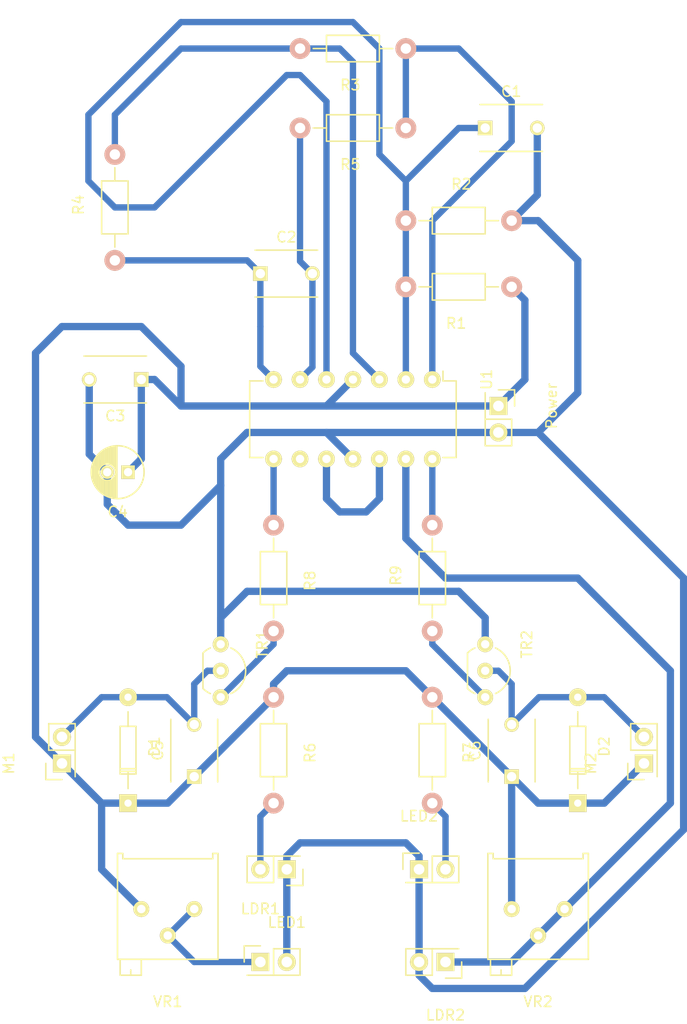
<source format=kicad_pcb>
(kicad_pcb (version 4) (host pcbnew 4.0.2+dfsg1-stable)

  (general
    (links 55)
    (no_connects 3)
    (area 117.935 44.295 185.000002 143.535)
    (thickness 1.6)
    (drawings 0)
    (tracks 151)
    (zones 0)
    (modules 29)
    (nets 18)
  )

  (page A4)
  (layers
    (0 F.Cu signal)
    (31 B.Cu signal)
    (32 B.Adhes user)
    (33 F.Adhes user)
    (34 B.Paste user)
    (35 F.Paste user)
    (36 B.SilkS user)
    (37 F.SilkS user)
    (38 B.Mask user)
    (39 F.Mask user)
    (40 Dwgs.User user)
    (41 Cmts.User user)
    (42 Eco1.User user)
    (43 Eco2.User user)
    (44 Edge.Cuts user)
    (45 Margin user)
    (46 B.CrtYd user)
    (47 F.CrtYd user)
    (48 B.Fab user)
    (49 F.Fab user)
  )

  (setup
    (last_trace_width 0.7)
    (trace_clearance 0.5)
    (zone_clearance 0.508)
    (zone_45_only no)
    (trace_min 0.2)
    (segment_width 0.2)
    (edge_width 0.1)
    (via_size 0.6)
    (via_drill 0.4)
    (via_min_size 0.4)
    (via_min_drill 0.3)
    (uvia_size 0.3)
    (uvia_drill 0.1)
    (uvias_allowed no)
    (uvia_min_size 0.2)
    (uvia_min_drill 0.1)
    (pcb_text_width 0.3)
    (pcb_text_size 1.5 1.5)
    (mod_edge_width 0.15)
    (mod_text_size 1 1)
    (mod_text_width 0.15)
    (pad_size 1.5 1.5)
    (pad_drill 0.6)
    (pad_to_mask_clearance 0)
    (aux_axis_origin 0 0)
    (visible_elements FFFFFF7F)
    (pcbplotparams
      (layerselection 0x00030_80000001)
      (usegerberextensions false)
      (excludeedgelayer true)
      (linewidth 0.100000)
      (plotframeref false)
      (viasonmask false)
      (mode 1)
      (useauxorigin false)
      (hpglpennumber 1)
      (hpglpenspeed 20)
      (hpglpendiameter 15)
      (hpglpenoverlay 2)
      (psnegative false)
      (psa4output false)
      (plotreference true)
      (plotvalue true)
      (plotinvisibletext false)
      (padsonsilk false)
      (subtractmaskfromsilk false)
      (outputformat 1)
      (mirror false)
      (drillshape 1)
      (scaleselection 1)
      (outputdirectory ""))
  )

  (net 0 "")
  (net 1 "Net-(C1-Pad1)")
  (net 2 GND)
  (net 3 "Net-(C2-Pad1)")
  (net 4 "Net-(C2-Pad2)")
  (net 5 VCC)
  (net 6 "Net-(C5-Pad2)")
  (net 7 "Net-(C6-Pad2)")
  (net 8 "Net-(LDR1-Pad1)")
  (net 9 "Net-(LDR2-Pad1)")
  (net 10 "Net-(LED1-Pad2)")
  (net 11 "Net-(LED2-Pad2)")
  (net 12 "Net-(R3-Pad1)")
  (net 13 "Net-(R3-Pad2)")
  (net 14 "Net-(R8-Pad1)")
  (net 15 "Net-(R8-Pad2)")
  (net 16 "Net-(R9-Pad1)")
  (net 17 "Net-(R9-Pad2)")

  (net_class Default "This is the default net class."
    (clearance 0.5)
    (trace_width 0.7)
    (via_dia 0.6)
    (via_drill 0.4)
    (uvia_dia 0.3)
    (uvia_drill 0.1)
    (add_net GND)
    (add_net "Net-(C1-Pad1)")
    (add_net "Net-(C2-Pad1)")
    (add_net "Net-(C2-Pad2)")
    (add_net "Net-(C5-Pad2)")
    (add_net "Net-(C6-Pad2)")
    (add_net "Net-(LDR1-Pad1)")
    (add_net "Net-(LDR2-Pad1)")
    (add_net "Net-(LED1-Pad2)")
    (add_net "Net-(LED2-Pad2)")
    (add_net "Net-(R3-Pad1)")
    (add_net "Net-(R3-Pad2)")
    (add_net "Net-(R8-Pad1)")
    (add_net "Net-(R8-Pad2)")
    (add_net "Net-(R9-Pad1)")
    (add_net "Net-(R9-Pad2)")
    (add_net VCC)
  )

  (net_class POWER ""
    (clearance 0.2)
    (trace_width 0.8)
    (via_dia 0.6)
    (via_drill 0.4)
    (uvia_dia 0.3)
    (uvia_drill 0.1)
  )

  (module Housings_DIP:DIP-14_W7.62mm (layer F.Cu) (tedit 54130A77) (tstamp 5A293CDC)
    (at 160.02 81.28 270)
    (descr "14-lead dip package, row spacing 7.62 mm (300 mils)")
    (tags "dil dip 2.54 300")
    (path /5A27184F)
    (fp_text reference U1 (at 0 -5.22 270) (layer F.SilkS)
      (effects (font (size 1 1) (thickness 0.15)))
    )
    (fp_text value LM324 (at 0 -3.72 270) (layer F.Fab)
      (effects (font (size 1 1) (thickness 0.15)))
    )
    (fp_line (start -1.05 -2.45) (end -1.05 17.7) (layer F.CrtYd) (width 0.05))
    (fp_line (start 8.65 -2.45) (end 8.65 17.7) (layer F.CrtYd) (width 0.05))
    (fp_line (start -1.05 -2.45) (end 8.65 -2.45) (layer F.CrtYd) (width 0.05))
    (fp_line (start -1.05 17.7) (end 8.65 17.7) (layer F.CrtYd) (width 0.05))
    (fp_line (start 0.135 -2.295) (end 0.135 -1.025) (layer F.SilkS) (width 0.15))
    (fp_line (start 7.485 -2.295) (end 7.485 -1.025) (layer F.SilkS) (width 0.15))
    (fp_line (start 7.485 17.535) (end 7.485 16.265) (layer F.SilkS) (width 0.15))
    (fp_line (start 0.135 17.535) (end 0.135 16.265) (layer F.SilkS) (width 0.15))
    (fp_line (start 0.135 -2.295) (end 7.485 -2.295) (layer F.SilkS) (width 0.15))
    (fp_line (start 0.135 17.535) (end 7.485 17.535) (layer F.SilkS) (width 0.15))
    (fp_line (start 0.135 -1.025) (end -0.8 -1.025) (layer F.SilkS) (width 0.15))
    (pad 1 thru_hole oval (at 0 0 270) (size 1.6 1.6) (drill 0.8) (layers *.Cu *.Mask F.SilkS)
      (net 12 "Net-(R3-Pad1)"))
    (pad 2 thru_hole oval (at 0 2.54 270) (size 1.6 1.6) (drill 0.8) (layers *.Cu *.Mask F.SilkS)
      (net 1 "Net-(C1-Pad1)"))
    (pad 3 thru_hole oval (at 0 5.08 270) (size 1.6 1.6) (drill 0.8) (layers *.Cu *.Mask F.SilkS)
      (net 13 "Net-(R3-Pad2)"))
    (pad 4 thru_hole oval (at 0 7.62 270) (size 1.6 1.6) (drill 0.8) (layers *.Cu *.Mask F.SilkS)
      (net 5 VCC))
    (pad 5 thru_hole oval (at 0 10.16 270) (size 1.6 1.6) (drill 0.8) (layers *.Cu *.Mask F.SilkS)
      (net 1 "Net-(C1-Pad1)"))
    (pad 6 thru_hole oval (at 0 12.7 270) (size 1.6 1.6) (drill 0.8) (layers *.Cu *.Mask F.SilkS)
      (net 4 "Net-(C2-Pad2)"))
    (pad 7 thru_hole oval (at 0 15.24 270) (size 1.6 1.6) (drill 0.8) (layers *.Cu *.Mask F.SilkS)
      (net 3 "Net-(C2-Pad1)"))
    (pad 8 thru_hole oval (at 7.62 15.24 270) (size 1.6 1.6) (drill 0.8) (layers *.Cu *.Mask F.SilkS)
      (net 14 "Net-(R8-Pad1)"))
    (pad 9 thru_hole oval (at 7.62 12.7 270) (size 1.6 1.6) (drill 0.8) (layers *.Cu *.Mask F.SilkS)
      (net 8 "Net-(LDR1-Pad1)"))
    (pad 10 thru_hole oval (at 7.62 10.16 270) (size 1.6 1.6) (drill 0.8) (layers *.Cu *.Mask F.SilkS)
      (net 3 "Net-(C2-Pad1)"))
    (pad 11 thru_hole oval (at 7.62 7.62 270) (size 1.6 1.6) (drill 0.8) (layers *.Cu *.Mask F.SilkS)
      (net 2 GND))
    (pad 12 thru_hole oval (at 7.62 5.08 270) (size 1.6 1.6) (drill 0.8) (layers *.Cu *.Mask F.SilkS)
      (net 3 "Net-(C2-Pad1)"))
    (pad 13 thru_hole oval (at 7.62 2.54 270) (size 1.6 1.6) (drill 0.8) (layers *.Cu *.Mask F.SilkS)
      (net 9 "Net-(LDR2-Pad1)"))
    (pad 14 thru_hole oval (at 7.62 0 270) (size 1.6 1.6) (drill 0.8) (layers *.Cu *.Mask F.SilkS)
      (net 17 "Net-(R9-Pad2)"))
    (model Housings_DIP.3dshapes/DIP-14_W7.62mm.wrl
      (at (xyz 0 0 0))
      (scale (xyz 1 1 1))
      (rotate (xyz 0 0 0))
    )
  )

  (module TO_SOT_Packages_THT:TO-92_Inline_Wide (layer F.Cu) (tedit 54F242B4) (tstamp 5A293CAF)
    (at 139.7 106.68 270)
    (descr "TO-92 leads in-line, wide, drill 0.8mm (see NXP sot054_po.pdf)")
    (tags "to-92 sc-43 sc-43a sot54 PA33 transistor")
    (path /5A277E8D)
    (fp_text reference TR1 (at 0 -4 450) (layer F.SilkS)
      (effects (font (size 1 1) (thickness 0.15)))
    )
    (fp_text value BC639 (at 0 3 270) (layer F.Fab)
      (effects (font (size 1 1) (thickness 0.15)))
    )
    (fp_arc (start 2.54 0) (end 0.84 1.7) (angle 20.5) (layer F.SilkS) (width 0.15))
    (fp_arc (start 2.54 0) (end 4.24 1.7) (angle -20.5) (layer F.SilkS) (width 0.15))
    (fp_line (start -1 1.95) (end -1 -2.65) (layer F.CrtYd) (width 0.05))
    (fp_line (start -1 1.95) (end 6.1 1.95) (layer F.CrtYd) (width 0.05))
    (fp_line (start 0.84 1.7) (end 4.24 1.7) (layer F.SilkS) (width 0.15))
    (fp_arc (start 2.54 0) (end 2.54 -2.4) (angle -65.55604127) (layer F.SilkS) (width 0.15))
    (fp_arc (start 2.54 0) (end 2.54 -2.4) (angle 65.55604127) (layer F.SilkS) (width 0.15))
    (fp_line (start -1 -2.65) (end 6.1 -2.65) (layer F.CrtYd) (width 0.05))
    (fp_line (start 6.1 1.95) (end 6.1 -2.65) (layer F.CrtYd) (width 0.05))
    (pad 2 thru_hole circle (at 2.54 0) (size 1.524 1.524) (drill 0.8) (layers *.Cu *.Mask F.SilkS)
      (net 6 "Net-(C5-Pad2)"))
    (pad 3 thru_hole circle (at 5.08 0) (size 1.524 1.524) (drill 0.8) (layers *.Cu *.Mask F.SilkS)
      (net 15 "Net-(R8-Pad2)"))
    (pad 1 thru_hole circle (at 0 0) (size 1.524 1.524) (drill 0.8) (layers *.Cu *.Mask F.SilkS)
      (net 2 GND))
    (model TO_SOT_Packages_THT.3dshapes/TO-92_Inline_Wide.wrl
      (at (xyz 0.1 0 0))
      (scale (xyz 1 1 1))
      (rotate (xyz 0 0 -90))
    )
  )

  (module Capacitors_ThroughHole:C_Disc_D6_P5 (layer F.Cu) (tedit 0) (tstamp 5A293B7F)
    (at 137.16 119.38 90)
    (descr "Capacitor 6mm Disc, Pitch 5mm")
    (tags Capacitor)
    (path /5A27592C)
    (fp_text reference C5 (at 2.5 -3.5 90) (layer F.SilkS)
      (effects (font (size 1 1) (thickness 0.15)))
    )
    (fp_text value 0.1uF (at 2.5 3.5 90) (layer F.Fab)
      (effects (font (size 1 1) (thickness 0.15)))
    )
    (fp_line (start -0.95 -2.5) (end 5.95 -2.5) (layer F.CrtYd) (width 0.05))
    (fp_line (start 5.95 -2.5) (end 5.95 2.5) (layer F.CrtYd) (width 0.05))
    (fp_line (start 5.95 2.5) (end -0.95 2.5) (layer F.CrtYd) (width 0.05))
    (fp_line (start -0.95 2.5) (end -0.95 -2.5) (layer F.CrtYd) (width 0.05))
    (fp_line (start -0.5 -2.25) (end 5.5 -2.25) (layer F.SilkS) (width 0.15))
    (fp_line (start 5.5 2.25) (end -0.5 2.25) (layer F.SilkS) (width 0.15))
    (pad 1 thru_hole rect (at 0 0 90) (size 1.4 1.4) (drill 0.9) (layers *.Cu *.Mask F.SilkS)
      (net 5 VCC))
    (pad 2 thru_hole circle (at 5 0 90) (size 1.4 1.4) (drill 0.9) (layers *.Cu *.Mask F.SilkS)
      (net 6 "Net-(C5-Pad2)"))
    (model Capacitors_ThroughHole.3dshapes/C_Disc_D6_P5.wrl
      (at (xyz 0.0984252 0 0))
      (scale (xyz 1 1 1))
      (rotate (xyz 0 0 0))
    )
  )

  (module Pin_Headers:Pin_Header_Straight_2x01 (layer F.Cu) (tedit 5A293C78) (tstamp 5A299FED)
    (at 166.37 83.82 270)
    (descr "Through hole pin header")
    (tags "pin header")
    (fp_text reference Power (at 0 -5.1 270) (layer F.SilkS)
      (effects (font (size 1 1) (thickness 0.15)))
    )
    (fp_text value Battery (at 0 -3.1 270) (layer F.Fab)
      (effects (font (size 1 1) (thickness 0.15)))
    )
    (fp_line (start -1.75 -1.75) (end -1.75 1.75) (layer F.CrtYd) (width 0.05))
    (fp_line (start 4.3 -1.75) (end 4.3 1.75) (layer F.CrtYd) (width 0.05))
    (fp_line (start -1.75 -1.75) (end 4.3 -1.75) (layer F.CrtYd) (width 0.05))
    (fp_line (start -1.75 1.75) (end 4.3 1.75) (layer F.CrtYd) (width 0.05))
    (fp_line (start -1.55 0) (end -1.55 -1.55) (layer F.SilkS) (width 0.15))
    (fp_line (start 0 -1.55) (end -1.55 -1.55) (layer F.SilkS) (width 0.15))
    (fp_line (start -1.27 1.27) (end 1.27 1.27) (layer F.SilkS) (width 0.15))
    (fp_line (start 3.81 -1.27) (end 1.27 -1.27) (layer F.SilkS) (width 0.15))
    (fp_line (start 1.27 -1.27) (end 1.27 1.27) (layer F.SilkS) (width 0.15))
    (fp_line (start 1.27 1.27) (end 3.81 1.27) (layer F.SilkS) (width 0.15))
    (fp_line (start 3.81 1.27) (end 3.81 -1.27) (layer F.SilkS) (width 0.15))
    (pad 1 thru_hole rect (at 0 0 270) (size 1.7272 1.7272) (drill 1.016) (layers *.Cu *.Mask F.SilkS))
    (pad 2 thru_hole oval (at 2.54 0 270) (size 1.7272 1.7272) (drill 1.016) (layers *.Cu *.Mask F.SilkS))
    (model Pin_Headers.3dshapes/Pin_Header_Straight_2x01.wrl
      (at (xyz 0.05 0 0))
      (scale (xyz 1 1 1))
      (rotate (xyz 0 0 90))
    )
  )

  (module Capacitors_ThroughHole:C_Disc_D6_P5 (layer F.Cu) (tedit 0) (tstamp 5A293B34)
    (at 165.1 57.15)
    (descr "Capacitor 6mm Disc, Pitch 5mm")
    (tags Capacitor)
    (path /5A271FEB)
    (fp_text reference C1 (at 2.5 -3.5) (layer F.SilkS)
      (effects (font (size 1 1) (thickness 0.15)))
    )
    (fp_text value 0.1uF (at 2.5 3.5) (layer F.Fab)
      (effects (font (size 1 1) (thickness 0.15)))
    )
    (fp_line (start -0.95 -2.5) (end 5.95 -2.5) (layer F.CrtYd) (width 0.05))
    (fp_line (start 5.95 -2.5) (end 5.95 2.5) (layer F.CrtYd) (width 0.05))
    (fp_line (start 5.95 2.5) (end -0.95 2.5) (layer F.CrtYd) (width 0.05))
    (fp_line (start -0.95 2.5) (end -0.95 -2.5) (layer F.CrtYd) (width 0.05))
    (fp_line (start -0.5 -2.25) (end 5.5 -2.25) (layer F.SilkS) (width 0.15))
    (fp_line (start 5.5 2.25) (end -0.5 2.25) (layer F.SilkS) (width 0.15))
    (pad 1 thru_hole rect (at 0 0) (size 1.4 1.4) (drill 0.9) (layers *.Cu *.Mask F.SilkS)
      (net 1 "Net-(C1-Pad1)"))
    (pad 2 thru_hole circle (at 5 0) (size 1.4 1.4) (drill 0.9) (layers *.Cu *.Mask F.SilkS)
      (net 2 GND))
    (model Capacitors_ThroughHole.3dshapes/C_Disc_D6_P5.wrl
      (at (xyz 0.0984252 0 0))
      (scale (xyz 1 1 1))
      (rotate (xyz 0 0 0))
    )
  )

  (module Capacitors_ThroughHole:C_Disc_D6_P5 (layer F.Cu) (tedit 0) (tstamp 5A293B40)
    (at 143.51 71.12)
    (descr "Capacitor 6mm Disc, Pitch 5mm")
    (tags Capacitor)
    (path /5A273515)
    (fp_text reference C2 (at 2.5 -3.5) (layer F.SilkS)
      (effects (font (size 1 1) (thickness 0.15)))
    )
    (fp_text value 0.1uF (at 2.5 3.5) (layer F.Fab)
      (effects (font (size 1 1) (thickness 0.15)))
    )
    (fp_line (start -0.95 -2.5) (end 5.95 -2.5) (layer F.CrtYd) (width 0.05))
    (fp_line (start 5.95 -2.5) (end 5.95 2.5) (layer F.CrtYd) (width 0.05))
    (fp_line (start 5.95 2.5) (end -0.95 2.5) (layer F.CrtYd) (width 0.05))
    (fp_line (start -0.95 2.5) (end -0.95 -2.5) (layer F.CrtYd) (width 0.05))
    (fp_line (start -0.5 -2.25) (end 5.5 -2.25) (layer F.SilkS) (width 0.15))
    (fp_line (start 5.5 2.25) (end -0.5 2.25) (layer F.SilkS) (width 0.15))
    (pad 1 thru_hole rect (at 0 0) (size 1.4 1.4) (drill 0.9) (layers *.Cu *.Mask F.SilkS)
      (net 3 "Net-(C2-Pad1)"))
    (pad 2 thru_hole circle (at 5 0) (size 1.4 1.4) (drill 0.9) (layers *.Cu *.Mask F.SilkS)
      (net 4 "Net-(C2-Pad2)"))
    (model Capacitors_ThroughHole.3dshapes/C_Disc_D6_P5.wrl
      (at (xyz 0.0984252 0 0))
      (scale (xyz 1 1 1))
      (rotate (xyz 0 0 0))
    )
  )

  (module Capacitors_ThroughHole:C_Disc_D6_P5 (layer F.Cu) (tedit 0) (tstamp 5A293B4C)
    (at 132.08 81.28 180)
    (descr "Capacitor 6mm Disc, Pitch 5mm")
    (tags Capacitor)
    (path /5A2751C0)
    (fp_text reference C3 (at 2.5 -3.5 180) (layer F.SilkS)
      (effects (font (size 1 1) (thickness 0.15)))
    )
    (fp_text value 0.1uF (at 2.5 3.5 180) (layer F.Fab)
      (effects (font (size 1 1) (thickness 0.15)))
    )
    (fp_line (start -0.95 -2.5) (end 5.95 -2.5) (layer F.CrtYd) (width 0.05))
    (fp_line (start 5.95 -2.5) (end 5.95 2.5) (layer F.CrtYd) (width 0.05))
    (fp_line (start 5.95 2.5) (end -0.95 2.5) (layer F.CrtYd) (width 0.05))
    (fp_line (start -0.95 2.5) (end -0.95 -2.5) (layer F.CrtYd) (width 0.05))
    (fp_line (start -0.5 -2.25) (end 5.5 -2.25) (layer F.SilkS) (width 0.15))
    (fp_line (start 5.5 2.25) (end -0.5 2.25) (layer F.SilkS) (width 0.15))
    (pad 1 thru_hole rect (at 0 0 180) (size 1.4 1.4) (drill 0.9) (layers *.Cu *.Mask F.SilkS)
      (net 5 VCC))
    (pad 2 thru_hole circle (at 5 0 180) (size 1.4 1.4) (drill 0.9) (layers *.Cu *.Mask F.SilkS)
      (net 2 GND))
    (model Capacitors_ThroughHole.3dshapes/C_Disc_D6_P5.wrl
      (at (xyz 0.0984252 0 0))
      (scale (xyz 1 1 1))
      (rotate (xyz 0 0 0))
    )
  )

  (module Capacitors_ThroughHole:C_Radial_D5_L11_P2 (layer F.Cu) (tedit 0) (tstamp 5A293B73)
    (at 130.81 90.17 180)
    (descr "Radial Electrolytic Capacitor 5mm x Length 11mm, Pitch 2mm")
    (tags "Electrolytic Capacitor")
    (path /5A27528D)
    (fp_text reference C4 (at 1 -3.8 180) (layer F.SilkS)
      (effects (font (size 1 1) (thickness 0.15)))
    )
    (fp_text value 47uF (at 1 3.8 180) (layer F.Fab)
      (effects (font (size 1 1) (thickness 0.15)))
    )
    (fp_line (start 1.075 -2.499) (end 1.075 2.499) (layer F.SilkS) (width 0.15))
    (fp_line (start 1.215 -2.491) (end 1.215 -0.154) (layer F.SilkS) (width 0.15))
    (fp_line (start 1.215 0.154) (end 1.215 2.491) (layer F.SilkS) (width 0.15))
    (fp_line (start 1.355 -2.475) (end 1.355 -0.473) (layer F.SilkS) (width 0.15))
    (fp_line (start 1.355 0.473) (end 1.355 2.475) (layer F.SilkS) (width 0.15))
    (fp_line (start 1.495 -2.451) (end 1.495 -0.62) (layer F.SilkS) (width 0.15))
    (fp_line (start 1.495 0.62) (end 1.495 2.451) (layer F.SilkS) (width 0.15))
    (fp_line (start 1.635 -2.418) (end 1.635 -0.712) (layer F.SilkS) (width 0.15))
    (fp_line (start 1.635 0.712) (end 1.635 2.418) (layer F.SilkS) (width 0.15))
    (fp_line (start 1.775 -2.377) (end 1.775 -0.768) (layer F.SilkS) (width 0.15))
    (fp_line (start 1.775 0.768) (end 1.775 2.377) (layer F.SilkS) (width 0.15))
    (fp_line (start 1.915 -2.327) (end 1.915 -0.795) (layer F.SilkS) (width 0.15))
    (fp_line (start 1.915 0.795) (end 1.915 2.327) (layer F.SilkS) (width 0.15))
    (fp_line (start 2.055 -2.266) (end 2.055 -0.798) (layer F.SilkS) (width 0.15))
    (fp_line (start 2.055 0.798) (end 2.055 2.266) (layer F.SilkS) (width 0.15))
    (fp_line (start 2.195 -2.196) (end 2.195 -0.776) (layer F.SilkS) (width 0.15))
    (fp_line (start 2.195 0.776) (end 2.195 2.196) (layer F.SilkS) (width 0.15))
    (fp_line (start 2.335 -2.114) (end 2.335 -0.726) (layer F.SilkS) (width 0.15))
    (fp_line (start 2.335 0.726) (end 2.335 2.114) (layer F.SilkS) (width 0.15))
    (fp_line (start 2.475 -2.019) (end 2.475 -0.644) (layer F.SilkS) (width 0.15))
    (fp_line (start 2.475 0.644) (end 2.475 2.019) (layer F.SilkS) (width 0.15))
    (fp_line (start 2.615 -1.908) (end 2.615 -0.512) (layer F.SilkS) (width 0.15))
    (fp_line (start 2.615 0.512) (end 2.615 1.908) (layer F.SilkS) (width 0.15))
    (fp_line (start 2.755 -1.78) (end 2.755 -0.265) (layer F.SilkS) (width 0.15))
    (fp_line (start 2.755 0.265) (end 2.755 1.78) (layer F.SilkS) (width 0.15))
    (fp_line (start 2.895 -1.631) (end 2.895 1.631) (layer F.SilkS) (width 0.15))
    (fp_line (start 3.035 -1.452) (end 3.035 1.452) (layer F.SilkS) (width 0.15))
    (fp_line (start 3.175 -1.233) (end 3.175 1.233) (layer F.SilkS) (width 0.15))
    (fp_line (start 3.315 -0.944) (end 3.315 0.944) (layer F.SilkS) (width 0.15))
    (fp_line (start 3.455 -0.472) (end 3.455 0.472) (layer F.SilkS) (width 0.15))
    (fp_circle (center 2 0) (end 2 -0.8) (layer F.SilkS) (width 0.15))
    (fp_circle (center 1 0) (end 1 -2.5375) (layer F.SilkS) (width 0.15))
    (fp_circle (center 1 0) (end 1 -2.8) (layer F.CrtYd) (width 0.05))
    (pad 1 thru_hole rect (at 0 0 180) (size 1.3 1.3) (drill 0.8) (layers *.Cu *.Mask F.SilkS)
      (net 5 VCC))
    (pad 2 thru_hole circle (at 2 0 180) (size 1.3 1.3) (drill 0.8) (layers *.Cu *.Mask F.SilkS)
      (net 2 GND))
    (model Capacitors_ThroughHole.3dshapes/C_Radial_D5_L11_P2.wrl
      (at (xyz 0 0 0))
      (scale (xyz 1 1 1))
      (rotate (xyz 0 0 0))
    )
  )

  (module Capacitors_ThroughHole:C_Disc_D6_P5 (layer F.Cu) (tedit 0) (tstamp 5A293B8B)
    (at 167.64 119.38 90)
    (descr "Capacitor 6mm Disc, Pitch 5mm")
    (tags Capacitor)
    (path /5A2759FF)
    (fp_text reference C6 (at 2.5 -3.5 90) (layer F.SilkS)
      (effects (font (size 1 1) (thickness 0.15)))
    )
    (fp_text value 0.1uF (at 2.5 3.5 90) (layer F.Fab)
      (effects (font (size 1 1) (thickness 0.15)))
    )
    (fp_line (start -0.95 -2.5) (end 5.95 -2.5) (layer F.CrtYd) (width 0.05))
    (fp_line (start 5.95 -2.5) (end 5.95 2.5) (layer F.CrtYd) (width 0.05))
    (fp_line (start 5.95 2.5) (end -0.95 2.5) (layer F.CrtYd) (width 0.05))
    (fp_line (start -0.95 2.5) (end -0.95 -2.5) (layer F.CrtYd) (width 0.05))
    (fp_line (start -0.5 -2.25) (end 5.5 -2.25) (layer F.SilkS) (width 0.15))
    (fp_line (start 5.5 2.25) (end -0.5 2.25) (layer F.SilkS) (width 0.15))
    (pad 1 thru_hole rect (at 0 0 90) (size 1.4 1.4) (drill 0.9) (layers *.Cu *.Mask F.SilkS)
      (net 5 VCC))
    (pad 2 thru_hole circle (at 5 0 90) (size 1.4 1.4) (drill 0.9) (layers *.Cu *.Mask F.SilkS)
      (net 7 "Net-(C6-Pad2)"))
    (model Capacitors_ThroughHole.3dshapes/C_Disc_D6_P5.wrl
      (at (xyz 0.0984252 0 0))
      (scale (xyz 1 1 1))
      (rotate (xyz 0 0 0))
    )
  )

  (module Diodes_ThroughHole:Diode_DO-35_SOD27_Horizontal_RM10 (layer F.Cu) (tedit 552FFC30) (tstamp 5A293B9A)
    (at 130.81 121.92 90)
    (descr "Diode, DO-35,  SOD27, Horizontal, RM 10mm")
    (tags "Diode, DO-35, SOD27, Horizontal, RM 10mm, 1N4148,")
    (path /5A27612A)
    (fp_text reference D1 (at 5.43052 2.53746 90) (layer F.SilkS)
      (effects (font (size 1 1) (thickness 0.15)))
    )
    (fp_text value D (at 4.41452 -3.55854 90) (layer F.Fab)
      (effects (font (size 1 1) (thickness 0.15)))
    )
    (fp_line (start 7.36652 -0.00254) (end 8.76352 -0.00254) (layer F.SilkS) (width 0.15))
    (fp_line (start 2.92152 -0.00254) (end 1.39752 -0.00254) (layer F.SilkS) (width 0.15))
    (fp_line (start 3.30252 -0.76454) (end 3.30252 0.75946) (layer F.SilkS) (width 0.15))
    (fp_line (start 3.04852 -0.76454) (end 3.04852 0.75946) (layer F.SilkS) (width 0.15))
    (fp_line (start 2.79452 -0.00254) (end 2.79452 0.75946) (layer F.SilkS) (width 0.15))
    (fp_line (start 2.79452 0.75946) (end 7.36652 0.75946) (layer F.SilkS) (width 0.15))
    (fp_line (start 7.36652 0.75946) (end 7.36652 -0.76454) (layer F.SilkS) (width 0.15))
    (fp_line (start 7.36652 -0.76454) (end 2.79452 -0.76454) (layer F.SilkS) (width 0.15))
    (fp_line (start 2.79452 -0.76454) (end 2.79452 -0.00254) (layer F.SilkS) (width 0.15))
    (pad 2 thru_hole circle (at 10.16052 -0.00254 270) (size 1.69926 1.69926) (drill 0.70104) (layers *.Cu *.Mask F.SilkS)
      (net 6 "Net-(C5-Pad2)"))
    (pad 1 thru_hole rect (at 0.00052 -0.00254 270) (size 1.69926 1.69926) (drill 0.70104) (layers *.Cu *.Mask F.SilkS)
      (net 5 VCC))
    (model Diodes_ThroughHole.3dshapes/Diode_DO-35_SOD27_Horizontal_RM10.wrl
      (at (xyz 0.2 0 0))
      (scale (xyz 0.4 0.4 0.4))
      (rotate (xyz 0 0 180))
    )
  )

  (module Diodes_ThroughHole:Diode_DO-35_SOD27_Horizontal_RM10 (layer F.Cu) (tedit 552FFC30) (tstamp 5A293BA9)
    (at 173.99 121.92 90)
    (descr "Diode, DO-35,  SOD27, Horizontal, RM 10mm")
    (tags "Diode, DO-35, SOD27, Horizontal, RM 10mm, 1N4148,")
    (path /5A276254)
    (fp_text reference D2 (at 5.43052 2.53746 90) (layer F.SilkS)
      (effects (font (size 1 1) (thickness 0.15)))
    )
    (fp_text value D (at 4.41452 -3.55854 90) (layer F.Fab)
      (effects (font (size 1 1) (thickness 0.15)))
    )
    (fp_line (start 7.36652 -0.00254) (end 8.76352 -0.00254) (layer F.SilkS) (width 0.15))
    (fp_line (start 2.92152 -0.00254) (end 1.39752 -0.00254) (layer F.SilkS) (width 0.15))
    (fp_line (start 3.30252 -0.76454) (end 3.30252 0.75946) (layer F.SilkS) (width 0.15))
    (fp_line (start 3.04852 -0.76454) (end 3.04852 0.75946) (layer F.SilkS) (width 0.15))
    (fp_line (start 2.79452 -0.00254) (end 2.79452 0.75946) (layer F.SilkS) (width 0.15))
    (fp_line (start 2.79452 0.75946) (end 7.36652 0.75946) (layer F.SilkS) (width 0.15))
    (fp_line (start 7.36652 0.75946) (end 7.36652 -0.76454) (layer F.SilkS) (width 0.15))
    (fp_line (start 7.36652 -0.76454) (end 2.79452 -0.76454) (layer F.SilkS) (width 0.15))
    (fp_line (start 2.79452 -0.76454) (end 2.79452 -0.00254) (layer F.SilkS) (width 0.15))
    (pad 2 thru_hole circle (at 10.16052 -0.00254 270) (size 1.69926 1.69926) (drill 0.70104) (layers *.Cu *.Mask F.SilkS)
      (net 7 "Net-(C6-Pad2)"))
    (pad 1 thru_hole rect (at 0.00052 -0.00254 270) (size 1.69926 1.69926) (drill 0.70104) (layers *.Cu *.Mask F.SilkS)
      (net 5 VCC))
    (model Diodes_ThroughHole.3dshapes/Diode_DO-35_SOD27_Horizontal_RM10.wrl
      (at (xyz 0.2 0 0))
      (scale (xyz 0.4 0.4 0.4))
      (rotate (xyz 0 0 180))
    )
  )

  (module Pin_Headers:Pin_Header_Straight_2x01 (layer F.Cu) (tedit 0) (tstamp 5A293BBA)
    (at 143.51 137.16)
    (descr "Through hole pin header")
    (tags "pin header")
    (path /5A274624)
    (fp_text reference LDR1 (at 0 -5.1) (layer F.SilkS)
      (effects (font (size 1 1) (thickness 0.15)))
    )
    (fp_text value VR (at 0 -3.1) (layer F.Fab)
      (effects (font (size 1 1) (thickness 0.15)))
    )
    (fp_line (start -1.75 -1.75) (end -1.75 1.75) (layer F.CrtYd) (width 0.05))
    (fp_line (start 4.3 -1.75) (end 4.3 1.75) (layer F.CrtYd) (width 0.05))
    (fp_line (start -1.75 -1.75) (end 4.3 -1.75) (layer F.CrtYd) (width 0.05))
    (fp_line (start -1.75 1.75) (end 4.3 1.75) (layer F.CrtYd) (width 0.05))
    (fp_line (start -1.55 0) (end -1.55 -1.55) (layer F.SilkS) (width 0.15))
    (fp_line (start 0 -1.55) (end -1.55 -1.55) (layer F.SilkS) (width 0.15))
    (fp_line (start -1.27 1.27) (end 1.27 1.27) (layer F.SilkS) (width 0.15))
    (fp_line (start 3.81 -1.27) (end 1.27 -1.27) (layer F.SilkS) (width 0.15))
    (fp_line (start 1.27 -1.27) (end 1.27 1.27) (layer F.SilkS) (width 0.15))
    (fp_line (start 1.27 1.27) (end 3.81 1.27) (layer F.SilkS) (width 0.15))
    (fp_line (start 3.81 1.27) (end 3.81 -1.27) (layer F.SilkS) (width 0.15))
    (pad 1 thru_hole rect (at 0 0) (size 1.7272 1.7272) (drill 1.016) (layers *.Cu *.Mask F.SilkS)
      (net 8 "Net-(LDR1-Pad1)"))
    (pad 2 thru_hole oval (at 2.54 0) (size 1.7272 1.7272) (drill 1.016) (layers *.Cu *.Mask F.SilkS)
      (net 2 GND))
    (model Pin_Headers.3dshapes/Pin_Header_Straight_2x01.wrl
      (at (xyz 0.05 0 0))
      (scale (xyz 1 1 1))
      (rotate (xyz 0 0 90))
    )
  )

  (module Pin_Headers:Pin_Header_Straight_2x01 (layer F.Cu) (tedit 0) (tstamp 5A293BCB)
    (at 161.29 137.16 180)
    (descr "Through hole pin header")
    (tags "pin header")
    (path /5A2744F4)
    (fp_text reference LDR2 (at 0 -5.1 180) (layer F.SilkS)
      (effects (font (size 1 1) (thickness 0.15)))
    )
    (fp_text value VR (at 0 -3.1 180) (layer F.Fab)
      (effects (font (size 1 1) (thickness 0.15)))
    )
    (fp_line (start -1.75 -1.75) (end -1.75 1.75) (layer F.CrtYd) (width 0.05))
    (fp_line (start 4.3 -1.75) (end 4.3 1.75) (layer F.CrtYd) (width 0.05))
    (fp_line (start -1.75 -1.75) (end 4.3 -1.75) (layer F.CrtYd) (width 0.05))
    (fp_line (start -1.75 1.75) (end 4.3 1.75) (layer F.CrtYd) (width 0.05))
    (fp_line (start -1.55 0) (end -1.55 -1.55) (layer F.SilkS) (width 0.15))
    (fp_line (start 0 -1.55) (end -1.55 -1.55) (layer F.SilkS) (width 0.15))
    (fp_line (start -1.27 1.27) (end 1.27 1.27) (layer F.SilkS) (width 0.15))
    (fp_line (start 3.81 -1.27) (end 1.27 -1.27) (layer F.SilkS) (width 0.15))
    (fp_line (start 1.27 -1.27) (end 1.27 1.27) (layer F.SilkS) (width 0.15))
    (fp_line (start 1.27 1.27) (end 3.81 1.27) (layer F.SilkS) (width 0.15))
    (fp_line (start 3.81 1.27) (end 3.81 -1.27) (layer F.SilkS) (width 0.15))
    (pad 1 thru_hole rect (at 0 0 180) (size 1.7272 1.7272) (drill 1.016) (layers *.Cu *.Mask F.SilkS)
      (net 9 "Net-(LDR2-Pad1)"))
    (pad 2 thru_hole oval (at 2.54 0 180) (size 1.7272 1.7272) (drill 1.016) (layers *.Cu *.Mask F.SilkS)
      (net 2 GND))
    (model Pin_Headers.3dshapes/Pin_Header_Straight_2x01.wrl
      (at (xyz 0.05 0 0))
      (scale (xyz 1 1 1))
      (rotate (xyz 0 0 90))
    )
  )

  (module Pin_Headers:Pin_Header_Straight_2x01 (layer F.Cu) (tedit 0) (tstamp 5A293BDC)
    (at 146.05 128.27 180)
    (descr "Through hole pin header")
    (tags "pin header")
    (path /5A274779)
    (fp_text reference LED1 (at 0 -5.1 180) (layer F.SilkS)
      (effects (font (size 1 1) (thickness 0.15)))
    )
    (fp_text value LED (at 0 -3.1 180) (layer F.Fab)
      (effects (font (size 1 1) (thickness 0.15)))
    )
    (fp_line (start -1.75 -1.75) (end -1.75 1.75) (layer F.CrtYd) (width 0.05))
    (fp_line (start 4.3 -1.75) (end 4.3 1.75) (layer F.CrtYd) (width 0.05))
    (fp_line (start -1.75 -1.75) (end 4.3 -1.75) (layer F.CrtYd) (width 0.05))
    (fp_line (start -1.75 1.75) (end 4.3 1.75) (layer F.CrtYd) (width 0.05))
    (fp_line (start -1.55 0) (end -1.55 -1.55) (layer F.SilkS) (width 0.15))
    (fp_line (start 0 -1.55) (end -1.55 -1.55) (layer F.SilkS) (width 0.15))
    (fp_line (start -1.27 1.27) (end 1.27 1.27) (layer F.SilkS) (width 0.15))
    (fp_line (start 3.81 -1.27) (end 1.27 -1.27) (layer F.SilkS) (width 0.15))
    (fp_line (start 1.27 -1.27) (end 1.27 1.27) (layer F.SilkS) (width 0.15))
    (fp_line (start 1.27 1.27) (end 3.81 1.27) (layer F.SilkS) (width 0.15))
    (fp_line (start 3.81 1.27) (end 3.81 -1.27) (layer F.SilkS) (width 0.15))
    (pad 1 thru_hole rect (at 0 0 180) (size 1.7272 1.7272) (drill 1.016) (layers *.Cu *.Mask F.SilkS)
      (net 2 GND))
    (pad 2 thru_hole oval (at 2.54 0 180) (size 1.7272 1.7272) (drill 1.016) (layers *.Cu *.Mask F.SilkS)
      (net 10 "Net-(LED1-Pad2)"))
    (model Pin_Headers.3dshapes/Pin_Header_Straight_2x01.wrl
      (at (xyz 0.05 0 0))
      (scale (xyz 1 1 1))
      (rotate (xyz 0 0 90))
    )
  )

  (module Pin_Headers:Pin_Header_Straight_2x01 (layer F.Cu) (tedit 0) (tstamp 5A293BED)
    (at 158.75 128.27)
    (descr "Through hole pin header")
    (tags "pin header")
    (path /5A274950)
    (fp_text reference LED2 (at 0 -5.1) (layer F.SilkS)
      (effects (font (size 1 1) (thickness 0.15)))
    )
    (fp_text value LED (at 0 -3.1) (layer F.Fab)
      (effects (font (size 1 1) (thickness 0.15)))
    )
    (fp_line (start -1.75 -1.75) (end -1.75 1.75) (layer F.CrtYd) (width 0.05))
    (fp_line (start 4.3 -1.75) (end 4.3 1.75) (layer F.CrtYd) (width 0.05))
    (fp_line (start -1.75 -1.75) (end 4.3 -1.75) (layer F.CrtYd) (width 0.05))
    (fp_line (start -1.75 1.75) (end 4.3 1.75) (layer F.CrtYd) (width 0.05))
    (fp_line (start -1.55 0) (end -1.55 -1.55) (layer F.SilkS) (width 0.15))
    (fp_line (start 0 -1.55) (end -1.55 -1.55) (layer F.SilkS) (width 0.15))
    (fp_line (start -1.27 1.27) (end 1.27 1.27) (layer F.SilkS) (width 0.15))
    (fp_line (start 3.81 -1.27) (end 1.27 -1.27) (layer F.SilkS) (width 0.15))
    (fp_line (start 1.27 -1.27) (end 1.27 1.27) (layer F.SilkS) (width 0.15))
    (fp_line (start 1.27 1.27) (end 3.81 1.27) (layer F.SilkS) (width 0.15))
    (fp_line (start 3.81 1.27) (end 3.81 -1.27) (layer F.SilkS) (width 0.15))
    (pad 1 thru_hole rect (at 0 0) (size 1.7272 1.7272) (drill 1.016) (layers *.Cu *.Mask F.SilkS)
      (net 2 GND))
    (pad 2 thru_hole oval (at 2.54 0) (size 1.7272 1.7272) (drill 1.016) (layers *.Cu *.Mask F.SilkS)
      (net 11 "Net-(LED2-Pad2)"))
    (model Pin_Headers.3dshapes/Pin_Header_Straight_2x01.wrl
      (at (xyz 0.05 0 0))
      (scale (xyz 1 1 1))
      (rotate (xyz 0 0 90))
    )
  )

  (module Pin_Headers:Pin_Header_Straight_2x01 (layer F.Cu) (tedit 0) (tstamp 5A293BFE)
    (at 124.46 118.11 90)
    (descr "Through hole pin header")
    (tags "pin header")
    (path /5A278C49)
    (fp_text reference M1 (at 0 -5.1 90) (layer F.SilkS)
      (effects (font (size 1 1) (thickness 0.15)))
    )
    (fp_text value INDUCTOR (at 0 -3.1 90) (layer F.Fab)
      (effects (font (size 1 1) (thickness 0.15)))
    )
    (fp_line (start -1.75 -1.75) (end -1.75 1.75) (layer F.CrtYd) (width 0.05))
    (fp_line (start 4.3 -1.75) (end 4.3 1.75) (layer F.CrtYd) (width 0.05))
    (fp_line (start -1.75 -1.75) (end 4.3 -1.75) (layer F.CrtYd) (width 0.05))
    (fp_line (start -1.75 1.75) (end 4.3 1.75) (layer F.CrtYd) (width 0.05))
    (fp_line (start -1.55 0) (end -1.55 -1.55) (layer F.SilkS) (width 0.15))
    (fp_line (start 0 -1.55) (end -1.55 -1.55) (layer F.SilkS) (width 0.15))
    (fp_line (start -1.27 1.27) (end 1.27 1.27) (layer F.SilkS) (width 0.15))
    (fp_line (start 3.81 -1.27) (end 1.27 -1.27) (layer F.SilkS) (width 0.15))
    (fp_line (start 1.27 -1.27) (end 1.27 1.27) (layer F.SilkS) (width 0.15))
    (fp_line (start 1.27 1.27) (end 3.81 1.27) (layer F.SilkS) (width 0.15))
    (fp_line (start 3.81 1.27) (end 3.81 -1.27) (layer F.SilkS) (width 0.15))
    (pad 1 thru_hole rect (at 0 0 90) (size 1.7272 1.7272) (drill 1.016) (layers *.Cu *.Mask F.SilkS)
      (net 5 VCC))
    (pad 2 thru_hole oval (at 2.54 0 90) (size 1.7272 1.7272) (drill 1.016) (layers *.Cu *.Mask F.SilkS)
      (net 6 "Net-(C5-Pad2)"))
    (model Pin_Headers.3dshapes/Pin_Header_Straight_2x01.wrl
      (at (xyz 0.05 0 0))
      (scale (xyz 1 1 1))
      (rotate (xyz 0 0 90))
    )
  )

  (module Pin_Headers:Pin_Header_Straight_2x01 (layer F.Cu) (tedit 0) (tstamp 5A293C0F)
    (at 180.34 118.11 90)
    (descr "Through hole pin header")
    (tags "pin header")
    (path /5A278F47)
    (fp_text reference M2 (at 0 -5.1 90) (layer F.SilkS)
      (effects (font (size 1 1) (thickness 0.15)))
    )
    (fp_text value INDUCTOR (at 0 -3.1 90) (layer F.Fab)
      (effects (font (size 1 1) (thickness 0.15)))
    )
    (fp_line (start -1.75 -1.75) (end -1.75 1.75) (layer F.CrtYd) (width 0.05))
    (fp_line (start 4.3 -1.75) (end 4.3 1.75) (layer F.CrtYd) (width 0.05))
    (fp_line (start -1.75 -1.75) (end 4.3 -1.75) (layer F.CrtYd) (width 0.05))
    (fp_line (start -1.75 1.75) (end 4.3 1.75) (layer F.CrtYd) (width 0.05))
    (fp_line (start -1.55 0) (end -1.55 -1.55) (layer F.SilkS) (width 0.15))
    (fp_line (start 0 -1.55) (end -1.55 -1.55) (layer F.SilkS) (width 0.15))
    (fp_line (start -1.27 1.27) (end 1.27 1.27) (layer F.SilkS) (width 0.15))
    (fp_line (start 3.81 -1.27) (end 1.27 -1.27) (layer F.SilkS) (width 0.15))
    (fp_line (start 1.27 -1.27) (end 1.27 1.27) (layer F.SilkS) (width 0.15))
    (fp_line (start 1.27 1.27) (end 3.81 1.27) (layer F.SilkS) (width 0.15))
    (fp_line (start 3.81 1.27) (end 3.81 -1.27) (layer F.SilkS) (width 0.15))
    (pad 1 thru_hole rect (at 0 0 90) (size 1.7272 1.7272) (drill 1.016) (layers *.Cu *.Mask F.SilkS)
      (net 5 VCC))
    (pad 2 thru_hole oval (at 2.54 0 90) (size 1.7272 1.7272) (drill 1.016) (layers *.Cu *.Mask F.SilkS)
      (net 7 "Net-(C6-Pad2)"))
    (model Pin_Headers.3dshapes/Pin_Header_Straight_2x01.wrl
      (at (xyz 0.05 0 0))
      (scale (xyz 1 1 1))
      (rotate (xyz 0 0 90))
    )
  )

  (module Resistors_ThroughHole:Resistor_Horizontal_RM10mm (layer F.Cu) (tedit 56648415) (tstamp 5A293C1F)
    (at 167.64 72.39 180)
    (descr "Resistor, Axial,  RM 10mm, 1/3W")
    (tags "Resistor Axial RM 10mm 1/3W")
    (path /5A271EBF)
    (fp_text reference R1 (at 5.32892 -3.50012 180) (layer F.SilkS)
      (effects (font (size 1 1) (thickness 0.15)))
    )
    (fp_text value 47k (at 5.08 3.81 180) (layer F.Fab)
      (effects (font (size 1 1) (thickness 0.15)))
    )
    (fp_line (start -1.25 -1.5) (end 11.4 -1.5) (layer F.CrtYd) (width 0.05))
    (fp_line (start -1.25 1.5) (end -1.25 -1.5) (layer F.CrtYd) (width 0.05))
    (fp_line (start 11.4 -1.5) (end 11.4 1.5) (layer F.CrtYd) (width 0.05))
    (fp_line (start -1.25 1.5) (end 11.4 1.5) (layer F.CrtYd) (width 0.05))
    (fp_line (start 2.54 -1.27) (end 7.62 -1.27) (layer F.SilkS) (width 0.15))
    (fp_line (start 7.62 -1.27) (end 7.62 1.27) (layer F.SilkS) (width 0.15))
    (fp_line (start 7.62 1.27) (end 2.54 1.27) (layer F.SilkS) (width 0.15))
    (fp_line (start 2.54 1.27) (end 2.54 -1.27) (layer F.SilkS) (width 0.15))
    (fp_line (start 2.54 0) (end 1.27 0) (layer F.SilkS) (width 0.15))
    (fp_line (start 7.62 0) (end 8.89 0) (layer F.SilkS) (width 0.15))
    (pad 1 thru_hole circle (at 0 0 180) (size 1.99898 1.99898) (drill 1.00076) (layers *.Cu *.SilkS *.Mask)
      (net 5 VCC))
    (pad 2 thru_hole circle (at 10.16 0 180) (size 1.99898 1.99898) (drill 1.00076) (layers *.Cu *.SilkS *.Mask)
      (net 1 "Net-(C1-Pad1)"))
    (model Resistors_ThroughHole.3dshapes/Resistor_Horizontal_RM10mm.wrl
      (at (xyz 0 0 0))
      (scale (xyz 0.4 0.4 0.4))
      (rotate (xyz 0 0 0))
    )
  )

  (module Resistors_ThroughHole:Resistor_Horizontal_RM10mm (layer F.Cu) (tedit 56648415) (tstamp 5A293C2F)
    (at 157.48 66.04)
    (descr "Resistor, Axial,  RM 10mm, 1/3W")
    (tags "Resistor Axial RM 10mm 1/3W")
    (path /5A271F8D)
    (fp_text reference R2 (at 5.32892 -3.50012) (layer F.SilkS)
      (effects (font (size 1 1) (thickness 0.15)))
    )
    (fp_text value 33k (at 5.08 3.81) (layer F.Fab)
      (effects (font (size 1 1) (thickness 0.15)))
    )
    (fp_line (start -1.25 -1.5) (end 11.4 -1.5) (layer F.CrtYd) (width 0.05))
    (fp_line (start -1.25 1.5) (end -1.25 -1.5) (layer F.CrtYd) (width 0.05))
    (fp_line (start 11.4 -1.5) (end 11.4 1.5) (layer F.CrtYd) (width 0.05))
    (fp_line (start -1.25 1.5) (end 11.4 1.5) (layer F.CrtYd) (width 0.05))
    (fp_line (start 2.54 -1.27) (end 7.62 -1.27) (layer F.SilkS) (width 0.15))
    (fp_line (start 7.62 -1.27) (end 7.62 1.27) (layer F.SilkS) (width 0.15))
    (fp_line (start 7.62 1.27) (end 2.54 1.27) (layer F.SilkS) (width 0.15))
    (fp_line (start 2.54 1.27) (end 2.54 -1.27) (layer F.SilkS) (width 0.15))
    (fp_line (start 2.54 0) (end 1.27 0) (layer F.SilkS) (width 0.15))
    (fp_line (start 7.62 0) (end 8.89 0) (layer F.SilkS) (width 0.15))
    (pad 1 thru_hole circle (at 0 0) (size 1.99898 1.99898) (drill 1.00076) (layers *.Cu *.SilkS *.Mask)
      (net 1 "Net-(C1-Pad1)"))
    (pad 2 thru_hole circle (at 10.16 0) (size 1.99898 1.99898) (drill 1.00076) (layers *.Cu *.SilkS *.Mask)
      (net 2 GND))
    (model Resistors_ThroughHole.3dshapes/Resistor_Horizontal_RM10mm.wrl
      (at (xyz 0 0 0))
      (scale (xyz 0.4 0.4 0.4))
      (rotate (xyz 0 0 0))
    )
  )

  (module Resistors_ThroughHole:Resistor_Horizontal_RM10mm (layer F.Cu) (tedit 56648415) (tstamp 5A293C3F)
    (at 157.48 49.53 180)
    (descr "Resistor, Axial,  RM 10mm, 1/3W")
    (tags "Resistor Axial RM 10mm 1/3W")
    (path /5A27233D)
    (fp_text reference R3 (at 5.32892 -3.50012 180) (layer F.SilkS)
      (effects (font (size 1 1) (thickness 0.15)))
    )
    (fp_text value 100k (at 5.08 3.81 180) (layer F.Fab)
      (effects (font (size 1 1) (thickness 0.15)))
    )
    (fp_line (start -1.25 -1.5) (end 11.4 -1.5) (layer F.CrtYd) (width 0.05))
    (fp_line (start -1.25 1.5) (end -1.25 -1.5) (layer F.CrtYd) (width 0.05))
    (fp_line (start 11.4 -1.5) (end 11.4 1.5) (layer F.CrtYd) (width 0.05))
    (fp_line (start -1.25 1.5) (end 11.4 1.5) (layer F.CrtYd) (width 0.05))
    (fp_line (start 2.54 -1.27) (end 7.62 -1.27) (layer F.SilkS) (width 0.15))
    (fp_line (start 7.62 -1.27) (end 7.62 1.27) (layer F.SilkS) (width 0.15))
    (fp_line (start 7.62 1.27) (end 2.54 1.27) (layer F.SilkS) (width 0.15))
    (fp_line (start 2.54 1.27) (end 2.54 -1.27) (layer F.SilkS) (width 0.15))
    (fp_line (start 2.54 0) (end 1.27 0) (layer F.SilkS) (width 0.15))
    (fp_line (start 7.62 0) (end 8.89 0) (layer F.SilkS) (width 0.15))
    (pad 1 thru_hole circle (at 0 0 180) (size 1.99898 1.99898) (drill 1.00076) (layers *.Cu *.SilkS *.Mask)
      (net 12 "Net-(R3-Pad1)"))
    (pad 2 thru_hole circle (at 10.16 0 180) (size 1.99898 1.99898) (drill 1.00076) (layers *.Cu *.SilkS *.Mask)
      (net 13 "Net-(R3-Pad2)"))
    (model Resistors_ThroughHole.3dshapes/Resistor_Horizontal_RM10mm.wrl
      (at (xyz 0 0 0))
      (scale (xyz 0.4 0.4 0.4))
      (rotate (xyz 0 0 0))
    )
  )

  (module Resistors_ThroughHole:Resistor_Horizontal_RM10mm (layer F.Cu) (tedit 56648415) (tstamp 5A293C4F)
    (at 129.54 69.85 90)
    (descr "Resistor, Axial,  RM 10mm, 1/3W")
    (tags "Resistor Axial RM 10mm 1/3W")
    (path /5A272D86)
    (fp_text reference R4 (at 5.32892 -3.50012 90) (layer F.SilkS)
      (effects (font (size 1 1) (thickness 0.15)))
    )
    (fp_text value 47k (at 5.08 3.81 90) (layer F.Fab)
      (effects (font (size 1 1) (thickness 0.15)))
    )
    (fp_line (start -1.25 -1.5) (end 11.4 -1.5) (layer F.CrtYd) (width 0.05))
    (fp_line (start -1.25 1.5) (end -1.25 -1.5) (layer F.CrtYd) (width 0.05))
    (fp_line (start 11.4 -1.5) (end 11.4 1.5) (layer F.CrtYd) (width 0.05))
    (fp_line (start -1.25 1.5) (end 11.4 1.5) (layer F.CrtYd) (width 0.05))
    (fp_line (start 2.54 -1.27) (end 7.62 -1.27) (layer F.SilkS) (width 0.15))
    (fp_line (start 7.62 -1.27) (end 7.62 1.27) (layer F.SilkS) (width 0.15))
    (fp_line (start 7.62 1.27) (end 2.54 1.27) (layer F.SilkS) (width 0.15))
    (fp_line (start 2.54 1.27) (end 2.54 -1.27) (layer F.SilkS) (width 0.15))
    (fp_line (start 2.54 0) (end 1.27 0) (layer F.SilkS) (width 0.15))
    (fp_line (start 7.62 0) (end 8.89 0) (layer F.SilkS) (width 0.15))
    (pad 1 thru_hole circle (at 0 0 90) (size 1.99898 1.99898) (drill 1.00076) (layers *.Cu *.SilkS *.Mask)
      (net 3 "Net-(C2-Pad1)"))
    (pad 2 thru_hole circle (at 10.16 0 90) (size 1.99898 1.99898) (drill 1.00076) (layers *.Cu *.SilkS *.Mask)
      (net 13 "Net-(R3-Pad2)"))
    (model Resistors_ThroughHole.3dshapes/Resistor_Horizontal_RM10mm.wrl
      (at (xyz 0 0 0))
      (scale (xyz 0.4 0.4 0.4))
      (rotate (xyz 0 0 0))
    )
  )

  (module Resistors_ThroughHole:Resistor_Horizontal_RM10mm (layer F.Cu) (tedit 56648415) (tstamp 5A293C5F)
    (at 157.48 57.15 180)
    (descr "Resistor, Axial,  RM 10mm, 1/3W")
    (tags "Resistor Axial RM 10mm 1/3W")
    (path /5A27239A)
    (fp_text reference R5 (at 5.32892 -3.50012 180) (layer F.SilkS)
      (effects (font (size 1 1) (thickness 0.15)))
    )
    (fp_text value 15k (at 5.08 3.81 180) (layer F.Fab)
      (effects (font (size 1 1) (thickness 0.15)))
    )
    (fp_line (start -1.25 -1.5) (end 11.4 -1.5) (layer F.CrtYd) (width 0.05))
    (fp_line (start -1.25 1.5) (end -1.25 -1.5) (layer F.CrtYd) (width 0.05))
    (fp_line (start 11.4 -1.5) (end 11.4 1.5) (layer F.CrtYd) (width 0.05))
    (fp_line (start -1.25 1.5) (end 11.4 1.5) (layer F.CrtYd) (width 0.05))
    (fp_line (start 2.54 -1.27) (end 7.62 -1.27) (layer F.SilkS) (width 0.15))
    (fp_line (start 7.62 -1.27) (end 7.62 1.27) (layer F.SilkS) (width 0.15))
    (fp_line (start 7.62 1.27) (end 2.54 1.27) (layer F.SilkS) (width 0.15))
    (fp_line (start 2.54 1.27) (end 2.54 -1.27) (layer F.SilkS) (width 0.15))
    (fp_line (start 2.54 0) (end 1.27 0) (layer F.SilkS) (width 0.15))
    (fp_line (start 7.62 0) (end 8.89 0) (layer F.SilkS) (width 0.15))
    (pad 1 thru_hole circle (at 0 0 180) (size 1.99898 1.99898) (drill 1.00076) (layers *.Cu *.SilkS *.Mask)
      (net 12 "Net-(R3-Pad1)"))
    (pad 2 thru_hole circle (at 10.16 0 180) (size 1.99898 1.99898) (drill 1.00076) (layers *.Cu *.SilkS *.Mask)
      (net 4 "Net-(C2-Pad2)"))
    (model Resistors_ThroughHole.3dshapes/Resistor_Horizontal_RM10mm.wrl
      (at (xyz 0 0 0))
      (scale (xyz 0.4 0.4 0.4))
      (rotate (xyz 0 0 0))
    )
  )

  (module Resistors_ThroughHole:Resistor_Horizontal_RM10mm (layer F.Cu) (tedit 56648415) (tstamp 5A293C6F)
    (at 144.78 111.76 270)
    (descr "Resistor, Axial,  RM 10mm, 1/3W")
    (tags "Resistor Axial RM 10mm 1/3W")
    (path /5A27426D)
    (fp_text reference R6 (at 5.32892 -3.50012 270) (layer F.SilkS)
      (effects (font (size 1 1) (thickness 0.15)))
    )
    (fp_text value 220 (at 5.08 3.81 270) (layer F.Fab)
      (effects (font (size 1 1) (thickness 0.15)))
    )
    (fp_line (start -1.25 -1.5) (end 11.4 -1.5) (layer F.CrtYd) (width 0.05))
    (fp_line (start -1.25 1.5) (end -1.25 -1.5) (layer F.CrtYd) (width 0.05))
    (fp_line (start 11.4 -1.5) (end 11.4 1.5) (layer F.CrtYd) (width 0.05))
    (fp_line (start -1.25 1.5) (end 11.4 1.5) (layer F.CrtYd) (width 0.05))
    (fp_line (start 2.54 -1.27) (end 7.62 -1.27) (layer F.SilkS) (width 0.15))
    (fp_line (start 7.62 -1.27) (end 7.62 1.27) (layer F.SilkS) (width 0.15))
    (fp_line (start 7.62 1.27) (end 2.54 1.27) (layer F.SilkS) (width 0.15))
    (fp_line (start 2.54 1.27) (end 2.54 -1.27) (layer F.SilkS) (width 0.15))
    (fp_line (start 2.54 0) (end 1.27 0) (layer F.SilkS) (width 0.15))
    (fp_line (start 7.62 0) (end 8.89 0) (layer F.SilkS) (width 0.15))
    (pad 1 thru_hole circle (at 0 0 270) (size 1.99898 1.99898) (drill 1.00076) (layers *.Cu *.SilkS *.Mask)
      (net 5 VCC))
    (pad 2 thru_hole circle (at 10.16 0 270) (size 1.99898 1.99898) (drill 1.00076) (layers *.Cu *.SilkS *.Mask)
      (net 10 "Net-(LED1-Pad2)"))
    (model Resistors_ThroughHole.3dshapes/Resistor_Horizontal_RM10mm.wrl
      (at (xyz 0 0 0))
      (scale (xyz 0.4 0.4 0.4))
      (rotate (xyz 0 0 0))
    )
  )

  (module Resistors_ThroughHole:Resistor_Horizontal_RM10mm (layer F.Cu) (tedit 56648415) (tstamp 5A293C7F)
    (at 160.02 111.76 270)
    (descr "Resistor, Axial,  RM 10mm, 1/3W")
    (tags "Resistor Axial RM 10mm 1/3W")
    (path /5A274316)
    (fp_text reference R7 (at 5.32892 -3.50012 270) (layer F.SilkS)
      (effects (font (size 1 1) (thickness 0.15)))
    )
    (fp_text value 220 (at 5.08 3.81 270) (layer F.Fab)
      (effects (font (size 1 1) (thickness 0.15)))
    )
    (fp_line (start -1.25 -1.5) (end 11.4 -1.5) (layer F.CrtYd) (width 0.05))
    (fp_line (start -1.25 1.5) (end -1.25 -1.5) (layer F.CrtYd) (width 0.05))
    (fp_line (start 11.4 -1.5) (end 11.4 1.5) (layer F.CrtYd) (width 0.05))
    (fp_line (start -1.25 1.5) (end 11.4 1.5) (layer F.CrtYd) (width 0.05))
    (fp_line (start 2.54 -1.27) (end 7.62 -1.27) (layer F.SilkS) (width 0.15))
    (fp_line (start 7.62 -1.27) (end 7.62 1.27) (layer F.SilkS) (width 0.15))
    (fp_line (start 7.62 1.27) (end 2.54 1.27) (layer F.SilkS) (width 0.15))
    (fp_line (start 2.54 1.27) (end 2.54 -1.27) (layer F.SilkS) (width 0.15))
    (fp_line (start 2.54 0) (end 1.27 0) (layer F.SilkS) (width 0.15))
    (fp_line (start 7.62 0) (end 8.89 0) (layer F.SilkS) (width 0.15))
    (pad 1 thru_hole circle (at 0 0 270) (size 1.99898 1.99898) (drill 1.00076) (layers *.Cu *.SilkS *.Mask)
      (net 5 VCC))
    (pad 2 thru_hole circle (at 10.16 0 270) (size 1.99898 1.99898) (drill 1.00076) (layers *.Cu *.SilkS *.Mask)
      (net 11 "Net-(LED2-Pad2)"))
    (model Resistors_ThroughHole.3dshapes/Resistor_Horizontal_RM10mm.wrl
      (at (xyz 0 0 0))
      (scale (xyz 0.4 0.4 0.4))
      (rotate (xyz 0 0 0))
    )
  )

  (module Resistors_ThroughHole:Resistor_Horizontal_RM10mm (layer F.Cu) (tedit 56648415) (tstamp 5A293C8F)
    (at 144.78 95.25 270)
    (descr "Resistor, Axial,  RM 10mm, 1/3W")
    (tags "Resistor Axial RM 10mm 1/3W")
    (path /5A2767C1)
    (fp_text reference R8 (at 5.32892 -3.50012 270) (layer F.SilkS)
      (effects (font (size 1 1) (thickness 0.15)))
    )
    (fp_text value 1k (at 5.08 3.81 270) (layer F.Fab)
      (effects (font (size 1 1) (thickness 0.15)))
    )
    (fp_line (start -1.25 -1.5) (end 11.4 -1.5) (layer F.CrtYd) (width 0.05))
    (fp_line (start -1.25 1.5) (end -1.25 -1.5) (layer F.CrtYd) (width 0.05))
    (fp_line (start 11.4 -1.5) (end 11.4 1.5) (layer F.CrtYd) (width 0.05))
    (fp_line (start -1.25 1.5) (end 11.4 1.5) (layer F.CrtYd) (width 0.05))
    (fp_line (start 2.54 -1.27) (end 7.62 -1.27) (layer F.SilkS) (width 0.15))
    (fp_line (start 7.62 -1.27) (end 7.62 1.27) (layer F.SilkS) (width 0.15))
    (fp_line (start 7.62 1.27) (end 2.54 1.27) (layer F.SilkS) (width 0.15))
    (fp_line (start 2.54 1.27) (end 2.54 -1.27) (layer F.SilkS) (width 0.15))
    (fp_line (start 2.54 0) (end 1.27 0) (layer F.SilkS) (width 0.15))
    (fp_line (start 7.62 0) (end 8.89 0) (layer F.SilkS) (width 0.15))
    (pad 1 thru_hole circle (at 0 0 270) (size 1.99898 1.99898) (drill 1.00076) (layers *.Cu *.SilkS *.Mask)
      (net 14 "Net-(R8-Pad1)"))
    (pad 2 thru_hole circle (at 10.16 0 270) (size 1.99898 1.99898) (drill 1.00076) (layers *.Cu *.SilkS *.Mask)
      (net 15 "Net-(R8-Pad2)"))
    (model Resistors_ThroughHole.3dshapes/Resistor_Horizontal_RM10mm.wrl
      (at (xyz 0 0 0))
      (scale (xyz 0.4 0.4 0.4))
      (rotate (xyz 0 0 0))
    )
  )

  (module Resistors_ThroughHole:Resistor_Horizontal_RM10mm (layer F.Cu) (tedit 56648415) (tstamp 5A293C9F)
    (at 160.02 105.41 90)
    (descr "Resistor, Axial,  RM 10mm, 1/3W")
    (tags "Resistor Axial RM 10mm 1/3W")
    (path /5A276637)
    (fp_text reference R9 (at 5.32892 -3.50012 90) (layer F.SilkS)
      (effects (font (size 1 1) (thickness 0.15)))
    )
    (fp_text value 1k (at 5.08 3.81 90) (layer F.Fab)
      (effects (font (size 1 1) (thickness 0.15)))
    )
    (fp_line (start -1.25 -1.5) (end 11.4 -1.5) (layer F.CrtYd) (width 0.05))
    (fp_line (start -1.25 1.5) (end -1.25 -1.5) (layer F.CrtYd) (width 0.05))
    (fp_line (start 11.4 -1.5) (end 11.4 1.5) (layer F.CrtYd) (width 0.05))
    (fp_line (start -1.25 1.5) (end 11.4 1.5) (layer F.CrtYd) (width 0.05))
    (fp_line (start 2.54 -1.27) (end 7.62 -1.27) (layer F.SilkS) (width 0.15))
    (fp_line (start 7.62 -1.27) (end 7.62 1.27) (layer F.SilkS) (width 0.15))
    (fp_line (start 7.62 1.27) (end 2.54 1.27) (layer F.SilkS) (width 0.15))
    (fp_line (start 2.54 1.27) (end 2.54 -1.27) (layer F.SilkS) (width 0.15))
    (fp_line (start 2.54 0) (end 1.27 0) (layer F.SilkS) (width 0.15))
    (fp_line (start 7.62 0) (end 8.89 0) (layer F.SilkS) (width 0.15))
    (pad 1 thru_hole circle (at 0 0 90) (size 1.99898 1.99898) (drill 1.00076) (layers *.Cu *.SilkS *.Mask)
      (net 16 "Net-(R9-Pad1)"))
    (pad 2 thru_hole circle (at 10.16 0 90) (size 1.99898 1.99898) (drill 1.00076) (layers *.Cu *.SilkS *.Mask)
      (net 17 "Net-(R9-Pad2)"))
    (model Resistors_ThroughHole.3dshapes/Resistor_Horizontal_RM10mm.wrl
      (at (xyz 0 0 0))
      (scale (xyz 0.4 0.4 0.4))
      (rotate (xyz 0 0 0))
    )
  )

  (module TO_SOT_Packages_THT:TO-92_Inline_Wide (layer F.Cu) (tedit 54F242B4) (tstamp 5A293CBF)
    (at 165.1 106.68 270)
    (descr "TO-92 leads in-line, wide, drill 0.8mm (see NXP sot054_po.pdf)")
    (tags "to-92 sc-43 sc-43a sot54 PA33 transistor")
    (path /5A2774F2)
    (fp_text reference TR2 (at 0 -4 450) (layer F.SilkS)
      (effects (font (size 1 1) (thickness 0.15)))
    )
    (fp_text value BC639 (at 0 3 270) (layer F.Fab)
      (effects (font (size 1 1) (thickness 0.15)))
    )
    (fp_arc (start 2.54 0) (end 0.84 1.7) (angle 20.5) (layer F.SilkS) (width 0.15))
    (fp_arc (start 2.54 0) (end 4.24 1.7) (angle -20.5) (layer F.SilkS) (width 0.15))
    (fp_line (start -1 1.95) (end -1 -2.65) (layer F.CrtYd) (width 0.05))
    (fp_line (start -1 1.95) (end 6.1 1.95) (layer F.CrtYd) (width 0.05))
    (fp_line (start 0.84 1.7) (end 4.24 1.7) (layer F.SilkS) (width 0.15))
    (fp_arc (start 2.54 0) (end 2.54 -2.4) (angle -65.55604127) (layer F.SilkS) (width 0.15))
    (fp_arc (start 2.54 0) (end 2.54 -2.4) (angle 65.55604127) (layer F.SilkS) (width 0.15))
    (fp_line (start -1 -2.65) (end 6.1 -2.65) (layer F.CrtYd) (width 0.05))
    (fp_line (start 6.1 1.95) (end 6.1 -2.65) (layer F.CrtYd) (width 0.05))
    (pad 2 thru_hole circle (at 2.54 0) (size 1.524 1.524) (drill 0.8) (layers *.Cu *.Mask F.SilkS)
      (net 7 "Net-(C6-Pad2)"))
    (pad 3 thru_hole circle (at 5.08 0) (size 1.524 1.524) (drill 0.8) (layers *.Cu *.Mask F.SilkS)
      (net 16 "Net-(R9-Pad1)"))
    (pad 1 thru_hole circle (at 0 0) (size 1.524 1.524) (drill 0.8) (layers *.Cu *.Mask F.SilkS)
      (net 2 GND))
    (model TO_SOT_Packages_THT.3dshapes/TO-92_Inline_Wide.wrl
      (at (xyz 0.1 0 0))
      (scale (xyz 1 1 1))
      (rotate (xyz 0 0 -90))
    )
  )

  (module Potentiometers:Potentiometer_Bourns_3296P_3-8Zoll_Angular_ScrewFront (layer F.Cu) (tedit 54134513) (tstamp 5A293CEF)
    (at 132.08 132.08 180)
    (descr "3296, 3/8, Square, Trimpot, Trimming, Potentiometer, Bourns")
    (tags "3296, 3/8, Square, Trimpot, Trimming, Potentiometer, Bourns")
    (path /5A273D93)
    (fp_text reference VR1 (at -2.54 -8.89 180) (layer F.SilkS)
      (effects (font (size 1 1) (thickness 0.15)))
    )
    (fp_text value 100k (at -2.54 8.89 180) (layer F.Fab)
      (effects (font (size 1 1) (thickness 0.15)))
    )
    (fp_line (start 1.016 -6.35) (end 1.016 -5.842) (layer F.SilkS) (width 0.15))
    (fp_line (start 0 -6.35) (end 2.032 -6.35) (layer F.SilkS) (width 0.15))
    (fp_line (start 0 -4.826) (end 0 -6.35) (layer F.SilkS) (width 0.15))
    (fp_line (start 2.032 -4.826) (end 2.032 -6.35) (layer F.SilkS) (width 0.15))
    (fp_line (start 2.286 5.334) (end 2.286 -4.826) (layer F.SilkS) (width 0.15))
    (fp_line (start -7.366 -4.826) (end -7.366 5.334) (layer F.SilkS) (width 0.15))
    (fp_line (start -7.366 5.334) (end -6.858 5.334) (layer F.SilkS) (width 0.15))
    (fp_line (start -6.858 5.334) (end -6.858 4.826) (layer F.SilkS) (width 0.15))
    (fp_line (start -6.858 4.826) (end 1.778 4.826) (layer F.SilkS) (width 0.15))
    (fp_line (start 1.778 4.826) (end 1.778 5.334) (layer F.SilkS) (width 0.15))
    (fp_line (start 1.778 5.334) (end 2.286 5.334) (layer F.SilkS) (width 0.15))
    (fp_line (start -7.366 -4.826) (end 2.286 -4.826) (layer F.SilkS) (width 0.15))
    (pad 2 thru_hole circle (at -2.54 -2.54 270) (size 1.524 1.524) (drill 0.8128) (layers *.Cu *.Mask F.SilkS)
      (net 8 "Net-(LDR1-Pad1)"))
    (pad 3 thru_hole circle (at -5.08 0 270) (size 1.524 1.524) (drill 0.8128) (layers *.Cu *.Mask F.SilkS)
      (net 8 "Net-(LDR1-Pad1)"))
    (pad 1 thru_hole circle (at 0 0 270) (size 1.524 1.524) (drill 0.8128) (layers *.Cu *.Mask F.SilkS)
      (net 5 VCC))
    (model Potentiometers.3dshapes/Potentiometer_Bourns_3296P_3-8Zoll_Angular_ScrewFront.wrl
      (at (xyz 0 0 0))
      (scale (xyz 1 1 1))
      (rotate (xyz 0 0 0))
    )
  )

  (module Potentiometers:Potentiometer_Bourns_3296P_3-8Zoll_Angular_ScrewFront (layer F.Cu) (tedit 54134513) (tstamp 5A293D02)
    (at 167.64 132.08 180)
    (descr "3296, 3/8, Square, Trimpot, Trimming, Potentiometer, Bourns")
    (tags "3296, 3/8, Square, Trimpot, Trimming, Potentiometer, Bourns")
    (path /5A273E40)
    (fp_text reference VR2 (at -2.54 -8.89 180) (layer F.SilkS)
      (effects (font (size 1 1) (thickness 0.15)))
    )
    (fp_text value 100k (at -2.54 8.89 180) (layer F.Fab)
      (effects (font (size 1 1) (thickness 0.15)))
    )
    (fp_line (start 1.016 -6.35) (end 1.016 -5.842) (layer F.SilkS) (width 0.15))
    (fp_line (start 0 -6.35) (end 2.032 -6.35) (layer F.SilkS) (width 0.15))
    (fp_line (start 0 -4.826) (end 0 -6.35) (layer F.SilkS) (width 0.15))
    (fp_line (start 2.032 -4.826) (end 2.032 -6.35) (layer F.SilkS) (width 0.15))
    (fp_line (start 2.286 5.334) (end 2.286 -4.826) (layer F.SilkS) (width 0.15))
    (fp_line (start -7.366 -4.826) (end -7.366 5.334) (layer F.SilkS) (width 0.15))
    (fp_line (start -7.366 5.334) (end -6.858 5.334) (layer F.SilkS) (width 0.15))
    (fp_line (start -6.858 5.334) (end -6.858 4.826) (layer F.SilkS) (width 0.15))
    (fp_line (start -6.858 4.826) (end 1.778 4.826) (layer F.SilkS) (width 0.15))
    (fp_line (start 1.778 4.826) (end 1.778 5.334) (layer F.SilkS) (width 0.15))
    (fp_line (start 1.778 5.334) (end 2.286 5.334) (layer F.SilkS) (width 0.15))
    (fp_line (start -7.366 -4.826) (end 2.286 -4.826) (layer F.SilkS) (width 0.15))
    (pad 2 thru_hole circle (at -2.54 -2.54 270) (size 1.524 1.524) (drill 0.8128) (layers *.Cu *.Mask F.SilkS)
      (net 9 "Net-(LDR2-Pad1)"))
    (pad 3 thru_hole circle (at -5.08 0 270) (size 1.524 1.524) (drill 0.8128) (layers *.Cu *.Mask F.SilkS)
      (net 9 "Net-(LDR2-Pad1)"))
    (pad 1 thru_hole circle (at 0 0 270) (size 1.524 1.524) (drill 0.8128) (layers *.Cu *.Mask F.SilkS)
      (net 5 VCC))
    (model Potentiometers.3dshapes/Potentiometer_Bourns_3296P_3-8Zoll_Angular_ScrewFront.wrl
      (at (xyz 0 0 0))
      (scale (xyz 1 1 1))
      (rotate (xyz 0 0 0))
    )
  )

  (segment (start 149.86 81.28) (end 149.86 54.61) (width 0.6096) (layer B.Cu) (net 1))
  (segment (start 154.94 59.69) (end 157.48 62.23) (width 0.6096) (layer B.Cu) (net 1) (tstamp 5A2A9735))
  (segment (start 154.94 49.53) (end 154.94 59.69) (width 0.6096) (layer B.Cu) (net 1) (tstamp 5A2A9732))
  (segment (start 152.4 46.99) (end 154.94 49.53) (width 0.6096) (layer B.Cu) (net 1) (tstamp 5A2A972F))
  (segment (start 135.89 46.99) (end 152.4 46.99) (width 0.6096) (layer B.Cu) (net 1) (tstamp 5A2A972A))
  (segment (start 127 55.88) (end 135.89 46.99) (width 0.6096) (layer B.Cu) (net 1) (tstamp 5A2A9724))
  (segment (start 127 62.23) (end 127 55.88) (width 0.6096) (layer B.Cu) (net 1) (tstamp 5A2A9721))
  (segment (start 129.54 64.77) (end 127 62.23) (width 0.6096) (layer B.Cu) (net 1) (tstamp 5A2A971F))
  (segment (start 133.35 64.77) (end 129.54 64.77) (width 0.6096) (layer B.Cu) (net 1) (tstamp 5A2A971C))
  (segment (start 146.05 52.07) (end 133.35 64.77) (width 0.6096) (layer B.Cu) (net 1) (tstamp 5A2A971B))
  (segment (start 147.32 52.07) (end 146.05 52.07) (width 0.6096) (layer B.Cu) (net 1) (tstamp 5A2A9719))
  (segment (start 149.86 54.61) (end 147.32 52.07) (width 0.6096) (layer B.Cu) (net 1) (tstamp 5A2A9713))
  (segment (start 165.1 57.15) (end 162.56 57.15) (width 0.6096) (layer B.Cu) (net 1))
  (segment (start 157.48 62.23) (end 157.48 66.04) (width 0.6096) (layer B.Cu) (net 1) (tstamp 5A29A457))
  (segment (start 162.56 57.15) (end 157.48 62.23) (width 0.6096) (layer B.Cu) (net 1) (tstamp 5A29A455))
  (segment (start 157.48 66.04) (end 157.48 72.39) (width 0.6096) (layer B.Cu) (net 1))
  (segment (start 157.48 72.39) (end 157.48 81.28) (width 0.6096) (layer B.Cu) (net 1))
  (segment (start 139.7 91.44) (end 139.7 105.41) (width 0.7) (layer B.Cu) (net 2))
  (segment (start 139.7 106.68) (end 139.7 105.41) (width 0.7) (layer B.Cu) (net 2))
  (segment (start 142.24 101.6) (end 162.56 101.6) (width 0.7) (layer B.Cu) (net 2) (tstamp 5A2C4F14))
  (segment (start 139.7 104.14) (end 142.24 101.6) (width 0.7) (layer B.Cu) (net 2) (tstamp 5A2C4F13))
  (segment (start 139.7 105.41) (end 139.7 104.14) (width 0.7) (layer B.Cu) (net 2) (tstamp 5A2C4F2D))
  (segment (start 165.1 104.14) (end 165.1 106.68) (width 0.7) (layer B.Cu) (net 2) (tstamp 5A2C4F16))
  (segment (start 162.56 101.6) (end 165.1 104.14) (width 0.7) (layer B.Cu) (net 2) (tstamp 5A2C4F15))
  (segment (start 158.75 137.16) (end 158.75 138.43) (width 0.7) (layer B.Cu) (net 2))
  (segment (start 184.15 100.33) (end 170.18 86.36) (width 0.7) (layer B.Cu) (net 2) (tstamp 5A2C4E9F))
  (segment (start 184.15 124.46) (end 184.15 100.33) (width 0.7) (layer B.Cu) (net 2) (tstamp 5A2C4E9D))
  (segment (start 168.91 139.7) (end 184.15 124.46) (width 0.7) (layer B.Cu) (net 2) (tstamp 5A2C4E9B))
  (segment (start 160.02 139.7) (end 168.91 139.7) (width 0.7) (layer B.Cu) (net 2) (tstamp 5A2C4E9A))
  (segment (start 158.75 138.43) (end 160.02 139.7) (width 0.7) (layer B.Cu) (net 2) (tstamp 5A2C4E99))
  (segment (start 146.05 128.27) (end 146.05 127) (width 0.7) (layer B.Cu) (net 2))
  (segment (start 158.75 127) (end 158.75 128.27) (width 0.7) (layer B.Cu) (net 2) (tstamp 5A2C4E74))
  (segment (start 157.48 125.73) (end 158.75 127) (width 0.7) (layer B.Cu) (net 2) (tstamp 5A2C4E73))
  (segment (start 147.32 125.73) (end 157.48 125.73) (width 0.7) (layer B.Cu) (net 2) (tstamp 5A2C4E72))
  (segment (start 146.05 127) (end 147.32 125.73) (width 0.7) (layer B.Cu) (net 2) (tstamp 5A2C4E71))
  (segment (start 158.75 128.27) (end 158.75 137.16) (width 0.7) (layer B.Cu) (net 2) (tstamp 5A2C4E58))
  (segment (start 146.05 137.16) (end 146.05 128.27) (width 0.7) (layer B.Cu) (net 2) (tstamp 5A2C4E5A))
  (segment (start 170.1 57.15) (end 170.1 63.58) (width 0.7) (layer B.Cu) (net 2))
  (segment (start 170.1 63.58) (end 167.64 66.04) (width 0.7) (layer B.Cu) (net 2) (tstamp 5A2C4E30))
  (segment (start 149.86 86.36) (end 170.18 86.36) (width 0.7) (layer B.Cu) (net 2))
  (segment (start 170.18 86.36) (end 172.72 83.82) (width 0.7) (layer B.Cu) (net 2) (tstamp 5A2C4E29))
  (segment (start 173.99 69.85) (end 170.18 66.04) (width 0.7) (layer B.Cu) (net 2) (tstamp 5A2C4E2C))
  (segment (start 173.99 82.55) (end 173.99 69.85) (width 0.7) (layer B.Cu) (net 2) (tstamp 5A2C4E2A))
  (segment (start 172.72 83.82) (end 173.99 82.55) (width 0.7) (layer B.Cu) (net 2) (tstamp 5A2C4E6B))
  (segment (start 170.18 66.04) (end 167.64 66.04) (width 0.7) (layer B.Cu) (net 2) (tstamp 5A2C4E2D))
  (segment (start 127.08 81.28) (end 127.08 88.44) (width 0.7) (layer B.Cu) (net 2))
  (segment (start 127.08 88.44) (end 128.81 90.17) (width 0.7) (layer B.Cu) (net 2) (tstamp 5A2C4E1A))
  (segment (start 128.81 90.17) (end 128.81 93.25) (width 0.7) (layer B.Cu) (net 2) (tstamp 5A2C4E1B))
  (segment (start 128.81 93.25) (end 130.81 95.25) (width 0.7) (layer B.Cu) (net 2) (tstamp 5A2C4E1C))
  (segment (start 130.81 95.25) (end 135.89 95.25) (width 0.7) (layer B.Cu) (net 2) (tstamp 5A2C4E1D))
  (segment (start 135.89 95.25) (end 139.7 91.44) (width 0.7) (layer B.Cu) (net 2) (tstamp 5A2C4E1E))
  (segment (start 139.7 91.44) (end 139.7 88.9) (width 0.7) (layer B.Cu) (net 2) (tstamp 5A2C4E20))
  (segment (start 139.7 88.9) (end 142.24 86.36) (width 0.7) (layer B.Cu) (net 2) (tstamp 5A2C4E21))
  (segment (start 142.24 86.36) (end 149.86 86.36) (width 0.7) (layer B.Cu) (net 2) (tstamp 5A2C4E22))
  (segment (start 149.86 86.36) (end 152.4 88.9) (width 0.7) (layer B.Cu) (net 2) (tstamp 5A2C4E23))
  (segment (start 154.94 88.9) (end 154.94 92.71) (width 0.7) (layer B.Cu) (net 3))
  (segment (start 149.86 92.71) (end 149.86 88.9) (width 0.7) (layer B.Cu) (net 3) (tstamp 5A2C4F32))
  (segment (start 151.13 93.98) (end 149.86 92.71) (width 0.7) (layer B.Cu) (net 3) (tstamp 5A2C4F31))
  (segment (start 153.67 93.98) (end 151.13 93.98) (width 0.7) (layer B.Cu) (net 3) (tstamp 5A2C4F30))
  (segment (start 154.94 92.71) (end 153.67 93.98) (width 0.7) (layer B.Cu) (net 3) (tstamp 5A2C4F2F))
  (segment (start 129.54 69.85) (end 142.24 69.85) (width 0.6096) (layer B.Cu) (net 3))
  (segment (start 142.24 69.85) (end 143.51 71.12) (width 0.6096) (layer B.Cu) (net 3) (tstamp 5A29A310))
  (segment (start 143.51 71.12) (end 143.51 76.2) (width 0.6096) (layer B.Cu) (net 3))
  (segment (start 143.51 76.2) (end 143.51 80.01) (width 0.6096) (layer B.Cu) (net 3) (tstamp 5A2C4F37))
  (segment (start 143.51 80.01) (end 144.78 81.28) (width 0.6096) (layer B.Cu) (net 3) (tstamp 5A293FC7))
  (segment (start 147.32 57.15) (end 147.32 69.93) (width 0.6096) (layer B.Cu) (net 4))
  (segment (start 147.32 69.93) (end 148.51 71.12) (width 0.6096) (layer B.Cu) (net 4) (tstamp 5A29A36E))
  (segment (start 148.51 71.12) (end 148.51 80.09) (width 0.6096) (layer B.Cu) (net 4))
  (segment (start 148.51 80.09) (end 147.32 81.28) (width 0.6096) (layer B.Cu) (net 4) (tstamp 5A293FCA))
  (segment (start 144.78 111.76) (end 144.78 110.49) (width 0.7) (layer B.Cu) (net 5))
  (segment (start 144.78 110.49) (end 146.05 109.22) (width 0.7) (layer B.Cu) (net 5) (tstamp 5A2C4EB9))
  (segment (start 146.05 109.22) (end 157.48 109.22) (width 0.7) (layer B.Cu) (net 5) (tstamp 5A2C4EBA))
  (segment (start 157.48 109.22) (end 160.02 111.76) (width 0.7) (layer B.Cu) (net 5) (tstamp 5A2C4EBB))
  (segment (start 135.89 83.82) (end 135.89 80.01) (width 0.7) (layer B.Cu) (net 5))
  (segment (start 121.92 115.57) (end 124.46 118.11) (width 0.7) (layer B.Cu) (net 5) (tstamp 5A2C4EFF))
  (segment (start 121.92 78.74) (end 121.92 115.57) (width 0.7) (layer B.Cu) (net 5) (tstamp 5A2C4EFE))
  (segment (start 124.46 76.2) (end 121.92 78.74) (width 0.7) (layer B.Cu) (net 5) (tstamp 5A2C4EFD))
  (segment (start 132.08 76.2) (end 124.46 76.2) (width 0.7) (layer B.Cu) (net 5) (tstamp 5A2C4EFB))
  (segment (start 135.89 80.01) (end 132.08 76.2) (width 0.7) (layer B.Cu) (net 5) (tstamp 5A2C4EF9))
  (segment (start 149.86 83.82) (end 166.37 83.82) (width 0.7) (layer B.Cu) (net 5))
  (segment (start 168.91 73.66) (end 167.64 72.39) (width 0.7) (layer B.Cu) (net 5) (tstamp 5A2C4EDF))
  (segment (start 168.91 81.28) (end 168.91 73.66) (width 0.7) (layer B.Cu) (net 5) (tstamp 5A2C4EDE))
  (segment (start 166.37 83.82) (end 168.91 81.28) (width 0.7) (layer B.Cu) (net 5) (tstamp 5A2C4EDD))
  (segment (start 132.08 81.28) (end 133.35 81.28) (width 0.7) (layer B.Cu) (net 5))
  (segment (start 149.86 83.82) (end 152.4 81.28) (width 0.7) (layer B.Cu) (net 5) (tstamp 5A2C4EDA))
  (segment (start 135.89 83.82) (end 149.86 83.82) (width 0.7) (layer B.Cu) (net 5) (tstamp 5A2C4ED9))
  (segment (start 133.35 81.28) (end 135.89 83.82) (width 0.7) (layer B.Cu) (net 5) (tstamp 5A2C4ED8))
  (segment (start 132.08 81.28) (end 132.08 88.9) (width 0.7) (layer B.Cu) (net 5))
  (segment (start 132.08 88.9) (end 130.81 90.17) (width 0.7) (layer B.Cu) (net 5) (tstamp 5A2C4ED5))
  (segment (start 128.26948 121.91948) (end 128.26948 128.26948) (width 0.7) (layer B.Cu) (net 5))
  (segment (start 128.26948 128.26948) (end 132.08 132.08) (width 0.7) (layer B.Cu) (net 5) (tstamp 5A2C4EC9))
  (segment (start 173.98746 121.91948) (end 176.53052 121.91948) (width 0.7) (layer B.Cu) (net 5))
  (segment (start 176.53052 121.91948) (end 180.34 118.11) (width 0.7) (layer B.Cu) (net 5) (tstamp 5A2C4EC6))
  (segment (start 167.64 119.38) (end 170.18 121.92) (width 0.7) (layer B.Cu) (net 5))
  (segment (start 170.18 121.92) (end 173.98694 121.92) (width 0.7) (layer B.Cu) (net 5) (tstamp 5A2C4EC2))
  (segment (start 173.98694 121.92) (end 173.98746 121.91948) (width 0.7) (layer B.Cu) (net 5) (tstamp 5A2C4EC3))
  (segment (start 167.64 119.38) (end 167.64 132.08) (width 0.7) (layer B.Cu) (net 5))
  (segment (start 160.02 111.76) (end 167.64 119.38) (width 0.7) (layer B.Cu) (net 5))
  (segment (start 137.16 119.38) (end 144.78 111.76) (width 0.7) (layer B.Cu) (net 5))
  (segment (start 130.80746 121.91948) (end 134.62052 121.91948) (width 0.7) (layer B.Cu) (net 5))
  (segment (start 134.62052 121.91948) (end 137.16 119.38) (width 0.7) (layer B.Cu) (net 5) (tstamp 5A2C4EB4))
  (segment (start 130.80746 121.91948) (end 128.26948 121.91948) (width 0.7) (layer B.Cu) (net 5))
  (segment (start 128.26948 121.91948) (end 124.46 118.11) (width 0.7) (layer B.Cu) (net 5) (tstamp 5A2C4EB1))
  (segment (start 130.80746 111.75948) (end 128.27052 111.75948) (width 0.6096) (layer B.Cu) (net 6))
  (segment (start 128.27052 111.75948) (end 124.46 115.57) (width 0.6096) (layer B.Cu) (net 6) (tstamp 5A2A9C87))
  (segment (start 130.80746 111.75948) (end 134.53948 111.75948) (width 0.6096) (layer B.Cu) (net 6))
  (segment (start 134.53948 111.75948) (end 137.16 114.38) (width 0.6096) (layer B.Cu) (net 6) (tstamp 5A2A9C83))
  (segment (start 139.7 109.22) (end 138.43 109.22) (width 0.6096) (layer B.Cu) (net 6))
  (segment (start 137.16 110.49) (end 137.16 114.38) (width 0.6096) (layer B.Cu) (net 6) (tstamp 5A2A9C80))
  (segment (start 138.43 109.22) (end 137.16 110.49) (width 0.6096) (layer B.Cu) (net 6) (tstamp 5A2A9C7F))
  (segment (start 173.98746 111.75948) (end 176.52948 111.75948) (width 0.6096) (layer B.Cu) (net 7))
  (segment (start 176.52948 111.75948) (end 180.34 115.57) (width 0.6096) (layer B.Cu) (net 7) (tstamp 5A2A9CDE))
  (segment (start 173.98746 111.75948) (end 170.26052 111.75948) (width 0.6096) (layer B.Cu) (net 7))
  (segment (start 170.26052 111.75948) (end 167.64 114.38) (width 0.6096) (layer B.Cu) (net 7) (tstamp 5A2A9CC1))
  (segment (start 165.1 109.22) (end 166.37 109.22) (width 0.6096) (layer B.Cu) (net 7))
  (segment (start 167.64 110.49) (end 167.64 114.38) (width 0.6096) (layer B.Cu) (net 7) (tstamp 5A2A9CAD))
  (segment (start 166.37 109.22) (end 167.64 110.49) (width 0.6096) (layer B.Cu) (net 7) (tstamp 5A2A9CAC))
  (segment (start 137.16 132.08) (end 134.62 134.62) (width 0.6096) (layer B.Cu) (net 8))
  (segment (start 143.51 137.16) (end 137.16 137.16) (width 0.6096) (layer B.Cu) (net 8))
  (segment (start 137.16 137.16) (end 134.62 134.62) (width 0.6096) (layer B.Cu) (net 8) (tstamp 5A2AA16B))
  (segment (start 161.29 137.16) (end 167.64 137.16) (width 0.7) (layer B.Cu) (net 9))
  (segment (start 167.64 137.16) (end 172.72 132.08) (width 0.7) (layer B.Cu) (net 9) (tstamp 5A2C4E8A))
  (segment (start 172.72 132.08) (end 182.88 121.92) (width 0.7) (layer B.Cu) (net 9) (tstamp 5A2C4E8B))
  (segment (start 182.88 121.92) (end 182.88 109.22) (width 0.7) (layer B.Cu) (net 9) (tstamp 5A2C4E8C))
  (segment (start 182.88 109.22) (end 173.99 100.33) (width 0.7) (layer B.Cu) (net 9) (tstamp 5A2C4E8D))
  (segment (start 173.99 100.33) (end 161.29 100.33) (width 0.7) (layer B.Cu) (net 9) (tstamp 5A2C4E8E))
  (segment (start 161.29 100.33) (end 157.48 96.52) (width 0.7) (layer B.Cu) (net 9) (tstamp 5A2C4E90))
  (segment (start 157.48 96.52) (end 157.48 88.9) (width 0.7) (layer B.Cu) (net 9) (tstamp 5A2C4E92))
  (segment (start 143.51 128.27) (end 143.51 123.19) (width 0.6096) (layer B.Cu) (net 10))
  (segment (start 143.51 123.19) (end 144.78 121.92) (width 0.6096) (layer B.Cu) (net 10) (tstamp 5A2A9F7A))
  (segment (start 161.29 128.27) (end 161.29 123.19) (width 0.6096) (layer B.Cu) (net 11))
  (segment (start 161.29 123.19) (end 160.02 121.92) (width 0.6096) (layer B.Cu) (net 11) (tstamp 5A2A9F77))
  (segment (start 160.02 81.28) (end 160.02 66.04) (width 0.6096) (layer B.Cu) (net 12))
  (segment (start 162.56 49.53) (end 157.48 49.53) (width 0.6096) (layer B.Cu) (net 12) (tstamp 5A2C4D87))
  (segment (start 167.64 54.61) (end 162.56 49.53) (width 0.6096) (layer B.Cu) (net 12) (tstamp 5A2C4D85))
  (segment (start 167.64 58.42) (end 167.64 54.61) (width 0.6096) (layer B.Cu) (net 12) (tstamp 5A2C4D83))
  (segment (start 160.02 66.04) (end 167.64 58.42) (width 0.6096) (layer B.Cu) (net 12) (tstamp 5A2C4D81))
  (segment (start 157.48 49.53) (end 157.48 57.15) (width 0.6096) (layer B.Cu) (net 12))
  (segment (start 147.32 49.53) (end 151.13 49.53) (width 0.6096) (layer B.Cu) (net 13))
  (segment (start 152.4 78.74) (end 154.94 81.28) (width 0.6096) (layer B.Cu) (net 13) (tstamp 5A29A47E))
  (segment (start 152.4 50.8) (end 152.4 78.74) (width 0.6096) (layer B.Cu) (net 13) (tstamp 5A29A47D))
  (segment (start 151.13 49.53) (end 152.4 50.8) (width 0.6096) (layer B.Cu) (net 13) (tstamp 5A29A47C))
  (segment (start 129.54 59.69) (end 129.54 55.88) (width 0.6096) (layer B.Cu) (net 13))
  (segment (start 135.89 49.53) (end 147.32 49.53) (width 0.6096) (layer B.Cu) (net 13) (tstamp 5A29A33C))
  (segment (start 129.54 55.88) (end 135.89 49.53) (width 0.6096) (layer B.Cu) (net 13) (tstamp 5A29A33A))
  (segment (start 144.78 88.9) (end 144.78 95.25) (width 0.6096) (layer B.Cu) (net 14))
  (segment (start 144.78 105.41) (end 144.78 106.68) (width 0.6096) (layer B.Cu) (net 15))
  (segment (start 144.78 106.68) (end 139.7 111.76) (width 0.6096) (layer B.Cu) (net 15) (tstamp 5A2A9BFA))
  (segment (start 160.02 105.41) (end 160.02 106.68) (width 0.6096) (layer B.Cu) (net 16))
  (segment (start 160.02 106.68) (end 165.1 111.76) (width 0.6096) (layer B.Cu) (net 16) (tstamp 5A2A9C0F))
  (segment (start 160.02 88.9) (end 160.02 95.25) (width 0.6096) (layer B.Cu) (net 17))

)

</source>
